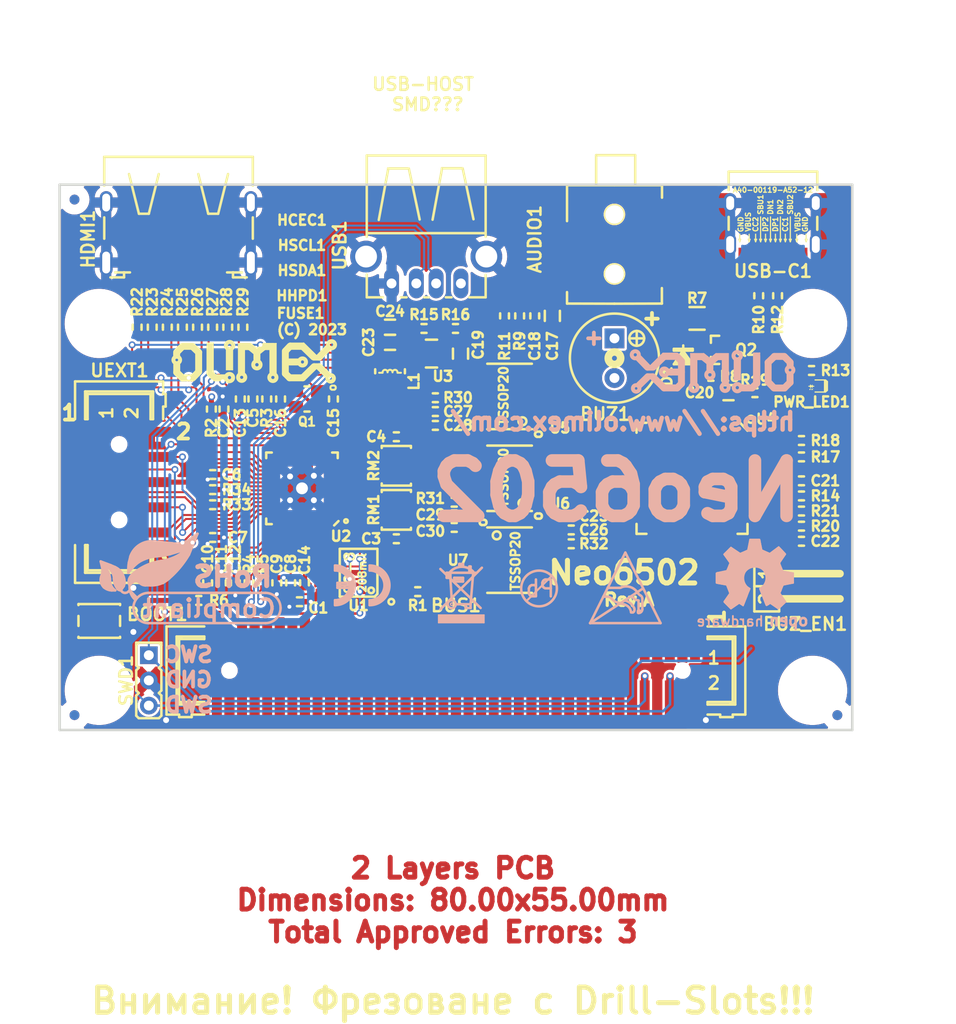
<source format=kicad_pcb>
(kicad_pcb (version 20221018) (generator pcbnew)
  (title_block (title "Neo6502") (date "2023-05-17") (rev "A") (company "OLIMEX LTD.") (comment 1 "https://www.olimex.com"))
  (layers (0 "F.Cu" signal) (31 "B.Cu" signal) (34 "B.Paste" user) (35 "F.Paste" user) (36 "B.SilkS" user "B.Silkscreen") (37 "F.SilkS" user "F.Silkscreen") (38 "B.Mask" user) (39 "F.Mask" user) (44 "Edge.Cuts" user))
  (net 0 "")
  (net 1 "GND")
  (net 2 "Net-(FID1-PadFid1)")
  (net 3 "Net-(FID2-PadFid1)")
  (net 4 "Net-(FID3-PadFid1)")
  (net 5 "Net-(FID4-PadFid1)")
  (net 6 "Net-(FID5-PadFid1)")
  (net 7 "Net-(FID6-PadFid1)")
  (net 8 "/USB_D-")
  (net 9 "/USB_D+")
  (net 10 "+3.3V")
  (net 11 "Net-(AUDIO1-Pad1)")
  (net 12 "/BUZZER")
  (net 13 "Net-(BUZ_EN1-Pad1)")
  (net 14 "+5V_USB")
  (net 15 "Net-(PWR_LED1-Pad1)")
  (net 16 "/+1V1")
  (net 17 "/SWDIO")
  (net 18 "/SWCLK")
  (net 19 "/D2-")
  (net 20 "/D2+")
  (net 21 "/D1-")
  (net 22 "/D1+")
  (net 23 "Net-(C15-Pad1)")
  (net 24 "Net-(C16-Pad1)")
  (net 25 "/~{BOOTSEL}")
  (net 26 "/A0")
  (net 27 "/A1")
  (net 28 "/D0")
  (net 29 "/A2")
  (net 30 "/D1")
  (net 31 "/D2")
  (net 32 "/A3")
  (net 33 "/D3")
  (net 34 "/A4")
  (net 35 "/D4")
  (net 36 "/A5")
  (net 37 "/D5")
  (net 38 "/A6")
  (net 39 "/D6")
  (net 40 "/A7")
  (net 41 "/GPIO21\\PHI2(CLK)")
  (net 42 "/A15")
  (net 43 "/A11")
  (net 44 "/A13")
  (net 45 "/D7")
  (net 46 "/BE")
  (net 47 "/A12")
  (net 48 "/MLB")
  (net 49 "/VPB")
  (net 50 "/A9")
  (net 51 "/IRQB")
  (net 52 "/A10")
  (net 53 "/NMIB")
  (net 54 "/RESB")
  (net 55 "/GPIO11\\RW#")
  (net 56 "/RDY")
  (net 57 "/SOB")
  (net 58 "/A14")
  (net 59 "/SYNC")
  (net 60 "/A8")
  (net 61 "/RUN")
  (net 62 "Net-(C17-Pad1)")
  (net 63 "Net-(FUSE1-Pad2)")
  (net 64 "/D0+")
  (net 65 "/D0-")
  (net 66 "/CK+")
  (net 67 "/CK-")
  (net 68 "Net-(HDMI1-Pad14)")
  (net 69 "Net-(HDMI1-Pad15)")
  (net 70 "Net-(HDMI1-Pad16)")
  (net 71 "Net-(HDMI1-Pad19)")
  (net 72 "Net-(L1-Pad1)")
  (net 73 "/CSn")
  (net 74 "Net-(R3-Pad2)")
  (net 75 "/D-")
  (net 76 "/D+")
  (net 77 "/D_N")
  (net 78 "/D_P")
  (net 79 "/GPIO20\\AUDIO")
  (net 80 "/GPIO8\\OE1#")
  (net 81 "/GPIO9\\OE2#")
  (net 82 "/GPIO10\\OE3#")
  (net 83 "/GPIO23\\I2C1_SCL")
  (net 84 "/GPIO22\\I2C1_SDA")
  (net 85 "/GPIO0")
  (net 86 "Net-(RM1-Pad1.1)")
  (net 87 "/GPIO3")
  (net 88 "Net-(RM1-Pad4.1)")
  (net 89 "/GPIO1")
  (net 90 "/GPIO2")
  (net 91 "Net-(RM1-Pad2.1)")
  (net 92 "Net-(RM1-Pad3.1)")
  (net 93 "Net-(RM2-Pad3.1)")
  (net 94 "Net-(RM2-Pad2.1)")
  (net 95 "/GPIO6")
  (net 96 "/GPIO5")
  (net 97 "Net-(RM2-Pad4.1)")
  (net 98 "/GPIO7")
  (net 99 "Net-(RM2-Pad1.1)")
  (net 100 "/GPIO4")
  (net 101 "/IO1")
  (net 102 "/IO2")
  (net 103 "/IO0")
  (net 104 "/CLK")
  (net 105 "/IO3")
  (net 106 "/GPIO24\\SPI1_RX(MISO)")
  (net 107 "/GPIO25\\SPI1_CSn(CS#)")
  (net 108 "/GPIO26\\SPI1_SCK(CLK)")
  (net 109 "/GPIO27\\SPI1_TX(MOSI)")
  (net 110 "/GPIO28\\UART0_TX")
  (net 111 "/GPIO29\\UART0_RX")
  (net 112 "Net-(U4-Pad42)")
  (net 113 "Net-(U4-Pad37)")
  (net 114 "Net-(U4-Pad33)")
  (net 115 "Net-(U4-Pad6)")
  (net 116 "Net-(HCEC1-Pad1)")
  (net 117 "/HDMI_D2+")
  (net 118 "/HDMI_D2-")
  (net 119 "/HDMI_D1+")
  (net 120 "/HDMI_D1-")
  (net 121 "/HDMI_D0+")
  (net 122 "/HDMI_D0-")
  (net 123 "/HDMI_CK+")
  (net 124 "/HDMI_CK-")
  (net 125 "Net-(BUZ1-Pad1)")
  (net 126 "Net-(BUZ1-Pad2)")
  (net 127 "Net-(R10-Pad2)")
  (net 128 "Net-(R12-Pad2)")
  (net 129 "Net-(R15-Pad1)")
  (net 130 "Net-(USB-C1-PadA8)")
  (net 131 "Net-(USB-C1-PadB8)")
  (footprint "OLIMEX_RLC-FP:C_0402_5MIL_DWS" (layer "F.Cu") (at 174.879 100.965 180)
    (fp_text reference "C22")
    (fp_text value "100nF/10V/20%/X5R/C0402")
  )
  (footprint "OLIMEX_Other-FP:Mounting_Hole_Drill-3.3mm_Clerance-7mm" (layer "F.Cu") (at 104 116)
    (fp_text reference "MH1" hide)
    (fp_text value "Mounting_Hole_NPTH" hide)
  )
  (footprint "OLIMEX_Other-FP:Mounting_Hole_Drill-3.3mm_Clerance-7mm" (layer "F.Cu") (at 176 79)
    (fp_text reference "MH3" hide)
    (fp_text value "Mounting_Hole_NPTH" hide)
  )
  (footprint "OLIMEX_RLC-FP:R_0402_5MIL_DWS" (layer "F.Cu") (at 115.443 97.282 180)
    (fp_text reference "R33")
    (fp_text value "2.2k/R0402")
  )
  (footprint "OLIMEX_RLC-FP:R_0402_5MIL_DWS" (layer "F.Cu") (at 115.443 95.758 180)
    (fp_text reference "R34")
    (fp_text value "2.2k/R0402")
  )
  (footprint "OLIMEX_RLC-FP:R_0402_5MIL_DWS" (layer "F.Cu") (at 146.431 78.232 90)
    (fp_text reference "R9")
    (fp_text value "150R/R0402")
  )
  (footprint "OLIMEX_RLC-FP:R_0402_5MIL_DWS" (layer "F.Cu") (at 144.907 78.232 90)
    (fp_text reference "R11")
    (fp_text value "270R/R0402")
  )
  (footprint "OLIMEX_RLC-FP:C_0603_5MIL_DWS" (layer "F.Cu") (at 167.513 85.979)
    (fp_text reference "C20")
    (fp_text value "22uF/6.3V/20%/X5R/C0603")
  )
  (footprint "OLIMEX_Other-FP:Fiducial1x3" (layer "F.Cu") (at 101.5 118.5)
    (fp_text reference "FID1" hide)
    (fp_text value "Fiducial" hide)
  )
  (footprint "OLIMEX_Other-FP:Fiducial1x3" (layer "F.Cu") (at 101.5 66.5)
    (fp_text reference "FID2" hide)
    (fp_text value "Fiducial" hide)
  )
  (footprint "OLIMEX_LEDs-FP:LED_0603_KA" (layer "F.Cu") (at 175.87 85.33 180)
    (fp_text reference "PWR_LED1")
    (fp_text value "LED/RED/0603")
  )
  (footprint "OLIMEX_RLC-FP:C_0603_5MIL_DWS" (layer "F.Cu") (at 149.733 78.232 90)
    (fp_text reference "C17")
    (fp_text value "22uF/6.3V/20%/X5R/C0603")
  )
  (footprint "OLIMEX_RLC-FP:C_0402_5MIL_DWS" (layer "F.Cu") (at 147.955 78.232 90)
    (fp_text reference "C18")
    (fp_text value "100nF/10V/20%/X5R/C0402")
  )
  (footprint "OLIMEX_Connectors-FP:SCJ325P00XG0B02G" (layer "F.Cu") (at 156 68 -90)
    (fp_text reference "AUDIO1")
    (fp_text value "PJ-3.5-365-5P")
  )
  (footprint "OLIMEX_RLC-FP:R_0402_5MIL_DWS" (layer "F.Cu") (at 165.735 84.328 180)
    (fp_text reference "R8")
    (fp_text value "2.2k/R0402")
  )
  (footprint "OLIMEX_Transistors-FP:SOT23" (layer "F.Cu") (at 166.37 81.661)
    (fp_text reference "Q2")
    (fp_text value "BC817-40(SOT23)")
  )
  (footprint "OLIMEX_Diodes-FP:SOD-123_1C-2A_KA" (layer "F.Cu") (at 162.931 82.447002 -90)
    (fp_text reference "D1")
    (fp_text value "1N4148W/SOD123")
  )
  (footprint "OLIMEX_Signs-FP:Logo_OLIMEX_TB" (layer "F.Cu") (at 119.81 82.804)
    (fp_text reference "Logo_OLIMEX_TB-Top" hide)
    (fp_text value "Logo_OLIMEX_TB" hide)
  )
  (footprint "OLIMEX_Other-FP:Mounting_Hole_Drill-3.3mm_Clerance-7mm" (layer "F.Cu") (at 104 79)
    (fp_text reference "MH4" hide)
    (fp_text value "Mounting_Hole_NPTH" hide)
  )
  (footprint "OLIMEX_RLC-FP:R_0402_5MIL_DWS" (layer "F.Cu") (at 175.895 83.74 180)
    (fp_text reference "R13")
    (fp_text value "2.2k/R0402")
  )
  (footprint "OLIMEX_RLC-FP:C_0402_5MIL_DWS" (layer "F.Cu") (at 124.206 107.061)
    (fp_text reference "C1")
    (fp_text value "100nF/10V/20%/X5R/C0402")
  )
  (footprint "OLIMEX_RLC-FP:C_0402_5MIL_DWS" (layer "F.Cu") (at 116.586 87.63 90)
    (fp_text reference "C2")
    (fp_text value "100nF/10V/20%/X5R/C0402")
  )
  (footprint "OLIMEX_RLC-FP:C_0402_5MIL_DWS" (layer "F.Cu") (at 133.985 100.711)
    (fp_text reference "C3")
    (fp_text value "100nF/10V/20%/X5R/C0402")
  )
  (footprint "OLIMEX_RLC-FP:C_0402_5MIL_DWS" (layer "F.Cu") (at 133.985 90.424)
    (fp_text reference "C4")
    (fp_text value "100nF/10V/20%/X5R/C0402")
  )
  (footprint "OLIMEX_RLC-FP:C_0402_5MIL_DWS" (layer "F.Cu") (at 119.507 86.614 90)
    (fp_text reference "C5")
    (fp_text value "100nF/10V/20%/X5R/C0402")
  )
  (footprint "OLIMEX_RLC-FP:C_0402_5MIL_DWS" (layer "F.Cu") (at 115.443 94.234 180)
    (fp_text reference "C6")
    (fp_text value "100nF/10V/20%/X5R/C0402")
  )
  (footprint "OLIMEX_RLC-FP:C_0402_5MIL_DWS" (layer "F.Cu") (at 115.443 100.584 180)
    (fp_text reference "C7")
    (fp_text value "100nF/10V/20%/X5R/C0402")
  )
  (footprint "OLIMEX_RLC-FP:C_0402_5MIL_DWS" (layer "F.Cu") (at 123.317 105.156 -90)
    (fp_text reference "C8")
    (fp_text value "100nF/10V/20%/X5R/C0402")
  )
  (footprint "OLIMEX_RLC-FP:C_0402_5MIL_DWS" (layer "F.Cu") (at 121.92 105.156 -90)
    (fp_text reference "C9")
    (fp_text value "100nF/10V/20%/X5R/C0402")
  )
  (footprint "OLIMEX_RLC-FP:C_0402_5MIL_DWS" (layer "F.Cu") (at 114.935 105.156 -90)
    (fp_text reference "C10")
    (fp_text value "100nF/10V/20%/X5R/C0402")
  )
  (footprint "OLIMEX_RLC-FP:C_0402_5MIL_DWS" (layer "F.Cu") (at 116.332 105.156 -90)
    (fp_text reference "C11")
    (fp_text value "2.2uF/6.3V/20%/X5R/C0402")
  )
  (footprint "OLIMEX_RLC-FP:C_0402_5MIL_DWS" (layer "F.Cu") (at 117.729 105.156 -90)
    (fp_text reference "C12")
    (fp_text value "2.2uF/6.3V/20%/X5R/C0402")
  )
  (footprint "OLIMEX_RLC-FP:C_0402_5MIL_DWS" (layer "F.Cu") (at 118.237 86.614 90)
    (fp_text reference "C13")
    (fp_text value "100nF/10V/20%/X5R/C0402")
  )
  (footprint "OLIMEX_RLC-FP:C_0402_5MIL_DWS" (layer "F.Cu") (at 124.714 105.156 -90)
    (fp_text reference "C14")
    (fp_text value "100nF/10V/20%/X5R/C0402")
  )
  (footprint "OLIMEX_RLC-FP:C_0402_5MIL_DWS" (layer "F.Cu") (at 127.635 86.614 -90)
    (fp_text reference "C15")
    (fp_text value "27pF/50V/5%/C0G/C0402")
  )
  (footprint "OLIMEX_RLC-FP:C_0402_5MIL_DWS" (layer "F.Cu") (at 122.301 86.614 90)
    (fp_text reference "C16")
    (fp_text value "27pF/50V/5%/C0G/C0402")
  )
  (footprint "OLIMEX_RLC-FP:C_0603_5MIL_DWS" (layer "F.Cu") (at 140.462 82.042 90)
    (fp_text reference "C19")
    (fp_text value "22uF/6.3V/20%/X5R/C0603")
  )
  (footprint "OLIMEX_RLC-FP:C_0402_5MIL_DWS" (layer "F.Cu") (at 174.879 94.869001)
    (fp_text reference "C21")
    (fp_text value "100nF/10V/20%/X5R/C0402")
  )
  (footprint "OLIMEX_RLC-FP:C_0603_5MIL_DWS" (layer "F.Cu") (at 133.350001 80.899)
    (fp_text reference "C23")
    (fp_text value "22uF/6.3V/20%/X5R/C0603")
  )
  (footprint "OLIMEX_RLC-FP:C_0603_5MIL_DWS" (layer "F.Cu") (at 133.35 79.375)
    (fp_text reference "C24")
    (fp_text value "22uF/6.3V/20%/X5R/C0603")
  )
  (footprint "OLIMEX_RLC-FP:C_0402_5MIL_DWS" (layer "F.Cu") (at 151.638 98.425 180)
    (fp_text reference "C25")
    (fp_text value "2.2uF/6.3V/20%/X5R/C0402")
  )
  (footprint "OLIMEX_RLC-FP:C_0402_5MIL_DWS" (layer "F.Cu") (at 151.638 99.822 180)
    (fp_text reference "C26")
    (fp_text value "100nF/10V/20%/X5R/C0402")
  )
  (footprint "OLIMEX_RLC-FP:C_0402_5MIL_DWS" (layer "F.Cu") (at 137.922 87.884)
    (fp_text reference "C27")
    (fp_text value "100nF/10V/20%/X5R/C0402")
  )
  (footprint "OLIMEX_RLC-FP:C_0402_5MIL_DWS" (layer "F.Cu") (at 137.922 89.281)
    (fp_text reference "C28")
    (fp_text value "2.2uF/6.3V/20%/X5R/C0402")
  )
  (footprint "OLIMEX_RLC-FP:C_0402_5MIL_DWS" (layer "F.Cu") (at 139.827 98.298)
    (fp_text reference "C29")
    (fp_text value "100nF/10V/20%/X5R/C0402")
  )
  (footprint "OLIMEX_RLC-FP:C_0402_5MIL_DWS" (layer "F.Cu") (at 139.827 99.568)
    (fp_text reference "C30")
    (fp_text value "2.2uF/6.3V/20%/X5R/C0402")
  )
  (footprint "OLIMEX_RLC-FP:CD32" (layer "F.Cu") (at 133.35 83.82 90)
    (fp_text reference "L1")
    (fp_text value "2.2uH/1.5A/DCR=58mR/20%/3.00x3.00x1.50mm/CD32(NRS3015T2R2MNGH)")
  )
  (footprint "OLIMEX_Crystal-FP:TSX-3.2x2.5mm_GND(3)" (layer "F.Cu") (at 124.968 86.614 180)
    (fp_text reference "Q1")
    (fp_text value "Q12MHz/20pF/10ppm/4P/3.2x2.5mm")
  )
  (footprint "OLIMEX_RLC-FP:R_0402_5MIL_DWS" (layer "F.Cu") (at 136.144 106.045 180)
    (fp_text reference "R1")
    (fp_text value "NA(10k/R0402)")
  )
  (footprint "OLIMEX_RLC-FP:R_0402_5MIL_DWS" (layer "F.Cu") (at 115.316 87.63 -90)
    (fp_text reference "R2")
    (fp_text value "NA(10k/R0402)")
  )
  (footprint "OLIMEX_RLC-FP:R_0402_5MIL_DWS" (layer "F.Cu") (at 120.904 86.614 -90)
    (fp_text reference "R3")
    (fp_text value "100R/R0402")
  )
  (footprint "OLIMEX_RLC-FP:R_0402_5MIL_DWS" (layer "F.Cu") (at 119.126 105.156 90)
    (fp_text reference "R4")
    (fp_text value "27R/R0402")
  )
  (footprint "OLIMEX_RLC-FP:R_0402_5MIL_DWS" (layer "F.Cu") (at 120.523 105.156 90)
    (fp_text reference "R5")
    (fp_text value "27R/R0402")
  )
  (footprint "OLIMEX_RLC-FP:R_0402_5MIL_DWS" (layer "F.Cu") (at 114.046 106.934 180)
    (fp_text reference "R6")
    (fp_text value "100R/R0402")
  )
  (footprint "OLIMEX_RLC-FP:R_0402_5MIL_DWS" (layer "F.Cu") (at 170.561 76.2 90)
    (fp_text reference "R10")
    (fp_text value "5.1k/R0402")
  )
  (footprint "OLIMEX_RLC-FP:R_0402_5MIL_DWS" (layer "F.Cu") (at 172.466 76.2 90)
    (fp_text reference "R12")
    (fp_text value "5.1k/R0402")
  )
  (footprint "OLIMEX_RLC-FP:R_0402_5MIL_DWS" (layer "F.Cu") (at 174.879 96.393 180)
    (fp_text reference "R14")
    (fp_text value "10k/R0402")
  )
  (footprint "OLIMEX_RLC-FP:R_0402_5MIL_DWS" (layer "F.Cu") (at 136.779 79.502 180)
    (fp_text reference "R15")
    (fp_text value "220k/R0402")
  )
  (footprint "OLIMEX_RLC-FP:R_0402_5MIL_DWS" (layer "F.Cu") (at 139.954 79.502)
    (fp_text reference "R16")
    (fp_text value "49.9k/1%/R0402")
  )
  (footprint "OLIMEX_RLC-FP:R_0402_5MIL_DWS" (layer "F.Cu") (at 174.879 92.456)
    (fp_text reference "R17")
    (fp_text value "10k/R0402")
  )
  (footprint "OLIMEX_RLC-FP:R_0402_5MIL_DWS" (layer "F.Cu") (at 174.879 90.805)
    (fp_text reference "R18")
    (fp_text value "10k/R0402")
  )
  (footprint "OLIMEX_RLC-FP:R_0402_5MIL_DWS" (layer "F.Cu") (at 170.18 85.979 180)
    (fp_text reference "R19")
    (fp_text value "10k/R0402")
  )
  (footprint "OLIMEX_RLC-FP:R_0402_5MIL_DWS" (layer "F.Cu") (at 174.879 99.441)
    (fp_text reference "R20")
    (fp_text value "10k/R0402")
  )
  (footprint "OLIMEX_RLC-FP:R_0402_5MIL_DWS" (layer "F.Cu") (at 174.879 97.917)
    (fp_text reference "R21")
    (fp_text value "10k/R0402")
  )
  (footprint "OLIMEX_RLC-FP:R_0402_5MIL_DWS" (layer "F.Cu") (at 139.827 97.028 180)
    (fp_text reference "R31")
    (fp_text value "10k/R0402")
  )
  (footprint "OLIMEX_RLC-FP:R_0402_5MIL_DWS" (layer "F.Cu") (at 151.638 101.219)
    (fp_text reference "R32")
    (fp_text value "10k/R0402")
  )
  (footprint "OLIMEX_RLC-FP:RA1206_(4X0603)_4B8_xx" (layer "F.Cu") (at 133.985 97.79 -90)
    (fp_text reference "RM1")
    (fp_text value "RA1206_(4x0603)_4B8_330R")
  )
  (footprint "OLIMEX_RLC-FP:RA1206_(4X0603)_4B8_xx" (layer "F.Cu") (at 133.985 93.345 -90)
    (fp_text reference "RM2")
    (fp_text value "RA1206_(4x0603)_4B8_330R")
  )
  (footprint "OLIMEX_IC-FP:SO-8_208mil" (layer "F.Cu") (at 130.175 104.14 90)
    (fp_text reference "U1")
    (fp_text value "EN25QH16B-104HIP(SOIC-8_208mils)")
  )
  (footprint "OLIMEX_IC-FP:QFN56_7x7_Pitch_0.4mm" (layer "F.Cu") (at 124.46 95.626 90)
    (fp_text reference "U2")
    (fp_text value "RP2040(QFN-56_7x7mm_P0.4mm)")
  )
  (footprint "OLIMEX_Regulators-FP:SOT-23-5" (layer "F.Cu") (at 137.541 82.042 180)
    (fp_text reference "U3")
    (fp_text value "SY8089AAAC(SOT23-5)")
  )
  (footprint "OLIMEX_IC-FP:TSSOP20_Pitch-0.65mm_6.6x4.5x1.2mm" (layer "F.Cu") (at 145.415 86.36 90)
    (fp_text reference "U5")
    (fp_text value "74LVC245APW(TSSOP20)")
  )
  (footprint "OLIMEX_IC-FP:TSSOP20_Pitch-0.65mm_6.6x4.5x1.2mm" (layer "F.Cu") (at 145.415 94.615 90)
    (fp_text reference "U6")
    (fp_text value "74LVC245APW(TSSOP20)")
  )
  (footprint "OLIMEX_Connectors-FP:USB_PN87520_HOST_PTH" (layer "F.Cu") (at 137 72.25 180)
    (fp_text reference "USB1")
    (fp_text value "USB-SRWH-4A-LF(USB-A)")
  )
  (footprint "OLIMEX_IC-FP:TQFP44" (layer "F.Cu") (at 163.83 94.615 180)
    (fp_text reference "U4")
    (fp_text value "W65C02S6TQTG-14(TQFP44)")
  )
  (footprint "OLIMEX_IC-FP:TSSOP20_Pitch-0.65mm_6.6x4.5x1.2mm" (layer "F.Cu") (at 145.415 102.87 -90)
    (fp_text reference "U7")
    (fp_text value "74LVC245APW(TSSOP20)")
  )
  (footprint "OLIMEX_Connectors-FP:GBH-254-SMT-40" (layer "F.Cu") (at 140 114 180)
    (fp_text reference "BUS1")
    (fp_text value "B-V-40-LF(GBH254SMT-40)")
  )
  (footprint "OLIMEX_Connectors-FP:GBH-254-SMT-10" (layer "F.Cu") (at 106 95 -90)
    (fp_text reference "UEXT1")
    (fp_text value "B-V-10-LF(GBH254SMT-10)")
  )
  (footprint "OLIMEX_RLC-FP:R_0402_5MIL_DWS" (layer "F.Cu") (at 118.491 79.375 90)
    (fp_text reference "R29")
    (fp_text value "270R/R0402")
  )
  (footprint "OLIMEX_RLC-FP:R_0402_5MIL_DWS" (layer "F.Cu") (at 113.919 79.375 90)
    (fp_text reference "R26")
    (fp_text value "270R/R0402")
  )
  (footprint "OLIMEX_RLC-FP:R_0402_5MIL_DWS" (layer "F.Cu") (at 109.347 79.375 90)
    (fp_text reference "R23")
    (fp_text value "270R/R0402")
  )
  (footprint "OLIMEX_RLC-FP:R_0402_5MIL_DWS" (layer "F.Cu") (at 107.823 79.375 90)
    (fp_text reference "R22")
    (fp_text value "270R/R0402")
  )
  (footprint "OLIMEX_Other-FP:Fiducial1x3" (layer "F.Cu") (at 178.5 118.5)
    (fp_text reference "FID3" hide)
    (fp_text value "Fiducial" hide)
  )
  (footprint "OLIMEX_Other-FP:Mounting_Hole_Drill-3.3mm_Clerance-7mm" (layer "F.Cu") (at 176 116)
    (fp_text reference "MH2" hide)
    (fp_text value "Mounting_Hole_NPTH" hide)
  )
  (footprint "OLIMEX_RLC-FP:R_0402_5MIL_DWS" (layer "F.Cu") (at 137.922 86.487 180)
    (fp_text reference "R30")
    (fp_text value "10k/R0402")
  )
  (footprint "OLIMEX_Devices-FP:FUSE-1206" (layer "F.Cu") (at 120.396 77.978 90)
    (fp_text reference "FUSE1")
    (fp_text value "NA(FSMD035-1206)")
  )
  (footprint "OLIMEX_Jumpers-FP:HN1x2(SMD)_H-WX-1x2-LF" (layer "F.Cu") (at 167 105.5 -90)
    (fp_text reference "BUZ_EN1")
    (fp_text value "H-WX-1x2-LF+MJ6")
  )
  (footprint "OLIMEX_Buttons-FP:YTS-A016-X" (layer "F.Cu") (at 104 109)
    (fp_text reference "BOOT1")
    (fp_text value "YTS-A016-X" hide)
  )
  (footprint "OLIMEX_Connectors-FP:HN1x3" (layer "F.Cu") (at 109 115 -90)
    (fp_text reference "SWD1")
    (fp_text value "NA(HN1x3)")
  )
  (footprint "OLIMEX_RLC-FP:R_1206_5MIL_DWS" (layer "F.Cu") (at 164.338 78.486 180)
    (fp_text reference "R7")
    (fp_text value "47R/R1206")
  )
  (footprint "OLIMEX_Connectors-FP:HDMI-SWM-19_Paste" (layer "F.Cu") (at 112 68.25)
    (fp_text reference "HDMI1")
    (fp_text value "HDMI-SWM-19")
  )
  (footprint "OLIMEX_Connectors-FP:USB2.0_TYPE-C(A40-00119-A52-12)_Paste" (layer "F.Cu") (at 172 68 90)
    (fp_text reference "USB-C1")
    (fp_text value "USB-C-16P-F(A40-00119-A52-12)")
  )
  (footprint "OLIMEX_Devices-FP:Speaker_QMB-09B-03_1-Plus_2-Minus" (layer "F.Cu") (at 156 82.5 -90)
    (fp_text reference "BUZ1")
    (fp_text value "Speaker_QMB-09B-03(1.5-5.0V_2.7kHz_F9.0mm*H5.5mm)")
  )
  (footprint "OLIMEX_Other-FP:TESTPAD_40-ROUND" (layer "F.Cu") (at 124.46 67.23 90)
    (fp_text reference "HCEC1")
    (fp_text value "TESTPAD" hide)
  )
  (footprint "OLIMEX_Other-FP:TESTPAD_40-ROUND" (layer "F.Cu") (at 124.46 72.31 180)
    (fp_text reference "HSDA1")
    (fp_text value "TESTPAD" hide)
  )
  (footprint "OLIMEX_Other-FP:TESTPAD_40-ROUND" (layer "F.Cu") (at 124.46 69.77 90)
    (fp_text reference "HSCL1")
    (fp_text value "TESTPAD" hide)
  )
  (footprint "OLIMEX_Other-FP:TESTPAD_40-ROUND" (layer "F.Cu") (at 124.46 74.85 90)
    (fp_text reference "HHPD1")
    (fp_text value "TESTPAD" hide)
  )
  (footprint "OLIMEX_RLC-FP:R_0402_5MIL_DWS" (layer "F.Cu") (at 112.395 79.375 90)
    (fp_text reference "R25")
    (fp_text value "270R/R0402")
  )
  (footprint "OLIMEX_RLC-FP:R_0402_5MIL_DWS" (layer "F.Cu") (at 110.871 79.375 90)
    (fp_text reference "R24")
    (fp_text value "270R/R0402")
  )
  (footprint "OLIMEX_RLC-FP:R_0402_5MIL_DWS" (layer "F.Cu") (at 115.443 79.375 90)
    (fp_text reference "R27")
    (fp_text value "270R/R0402")
  )
  (footprint "OLIMEX_RLC-FP:R_0402_5MIL_DWS" (layer "F.Cu") (at 116.967 79.375 90)
    (fp_text reference "R28")
    (fp_text value "270R/R0402")
  )
  (footprint "OLIMEX_Other-FP:Fiducial1x3" (layer "B.Cu") (at 101.5 118.5)
    (fp_text reference "FID4" hide)
    (fp_text value "Fiducial" hide)
  )
  (footprint "OLIMEX_Other-FP:Fiducial1x3" (layer "B.Cu") (at 101.5 66.5)
    (fp_text reference "FID5" hide)
    (fp_text value "Fiducial" hide)
  )
  (footprint "OLIMEX_Signs-FP:CE_Sign" (layer "B.Cu") (at 129.54 105.41 180)
    (fp_text reference "Sign_CE" hide)
    (fp_text value "CE_Sign" hide)
  )
  (footprint "OLIMEX_Signs-FP:Logo_OLIMEX_TB" (layer "B.Cu") (at 165.735 83.82 180)
    (fp_text reference "Logo_OLIMEX_TB-Bottom" hide)
    (fp_text value "Logo_OLIMEX_TB" hide)
  )
  (footprint "OLIMEX_Signs-FP:Sign_Antistatic" (layer "B.Cu") (at 160.655 109.22 180)
    (fp_text reference "Sign_Antistatic" hide)
    (fp_text value "Sign_Antistatic" hide)
  )
  (footprint "OLIMEX_Signs-FP:Sign_OSHW_8x8" (layer "B.Cu") (at 170.18 104.775 180)
    (fp_text reference "Sign_OSHW_8x8" hide)
    (fp_text value "Sign_OSHW_8x8" hide)
  )
  (footprint "OLIMEX_Signs-FP:Sign_PB-Free" (layer "B.Cu") (at 148.59 105.41)
    (fp_text reference "Sign_PB-Free")
    (fp_text value "Sign_PB-Free")
  )
  (footprint "OLIMEX_Signs-FP:Sign_RecycleBin_1" (layer "B.Cu") (at 142.875 109.22 180)
    (fp_text reference "Sign_RecycleBin" hide)
    (fp_text value "Sign_RecycleBin" hide)
  )
  (footprint "OLIMEX_Signs-FP:Sign_RoHS_1" (layer "B.Cu") (at 121.285 108.585 180)
    (fp_text reference "Sign_RoHS" hide)
    (fp_text value "Sign_RoHS" hide)
  )
  (footprint "OLIMEX_Other-FP:Fiducial1x3" (layer "B.Cu") (at 178.5 118.5)
    (fp_text reference "FID6" hide)
    (fp_text value "Fiducial" hide)
  )
  (gr_line (start 180 65) (end 100 65) (stroke (width 0.254)) (layer "Edge.Cuts"))
  (gr_line (start 100 65) (end 100 120) (stroke (width 0.254)) (layer "Edge.Cuts"))
  (gr_line (start 180 65) (end 180 120) (stroke (width 0.254)) (layer "Edge.Cuts"))
  (gr_line (start 180 120) (end 100 120) (stroke (width 0.254)) (layer "Edge.Cuts"))
  (gr_text "2 Layers PCB\nDimensions: 80.00x55.00mm\nTotal Approved Errors: 3" (at 139.7 137.16) (layer "F.Cu") (effects (font (size 2 2) (thickness 0.5))))
  (gr_text "Neo6502" (at 156.21 95.885) (layer "B.SilkS") (effects (font (size 5.588 5.588) (thickness 1.27)) (justify mirror)))
  (gr_text "https://www.olimex.com/" (at 156.845 88.9) (layer "B.SilkS") (effects (font (size 1.778 1.778) (thickness 0.4445)) (justify mirror)))
  (gr_text "SWC" (at 113.03 112.395) (layer "B.SilkS") (effects (font (size 1.524 1.524) (thickness 0.381)) (justify mirror)))
  (gr_text "GND" (at 113.03 114.935) (layer "B.SilkS") (effects (font (size 1.524 1.524) (thickness 0.381)) (justify mirror)))
  (gr_text "SWD" (at 113.03 117.475) (layer "B.SilkS") (effects (font (size 1.524 1.524) (thickness 0.381)) (justify mirror)))
  (gr_text "+" (at 153.924 80.391) (layer "B.SilkS") (effects (font (size 1.524 1.524) (thickness 0.381)) (justify mirror)))
  (gr_text "Rev.A" (at 157.48 106.865) (layer "F.SilkS") (effects (font (size 1.27 1.27) (thickness 0.3175))))
  (gr_text "Neo6502" (at 156.972 104.14) (layer "F.SilkS") (effects (font (size 2.286 2.286) (thickness 0.508))))
  (gr_text "USB-HOST \nSMD???" (at 137.16 55.88) (layer "F.SilkS") (effects (font (size 1.27 1.27) (thickness 0.254))))
  (gr_text "1" (at 166.37 108.585 90) (layer "F.SilkS") (effects (font (size 1.524 1.524) (thickness 0.381))))
  (gr_text "1" (at 100.965 88.011) (layer "F.SilkS") (effects (font (size 1.524 1.524) (thickness 0.381))))
  (gr_text "2" (at 112.522 89.916) (layer "F.SilkS") (effects (font (size 1.524 1.524) (thickness 0.381))))
  (gr_text "(C) 2023" (at 125.476 79.629) (layer "F.SilkS") (effects (font (size 1.016 1.016) (thickness 0.254))))
  (segment (start 107.442 105.664) (end 107.442 105.664) (width 0.762) (layer "F.Cu") (net 1))
  (segment (start 113.538 103.632) (end 114.935 102.235) (width 0.762) (layer "F.Cu") (net 1))
  (segment (start 116.586 87.122) (end 116.586 86.487) (width 0.508) (layer "F.Cu") (net 1))
  (segment (start 125.46 89.715302) (end 125.46 88.535) (width 0.2) (layer "F.Cu") (net 1))
  (segment (start 125.491957 88.503043) (end 126.238 87.757) (width 0.2) (layer "F.Cu") (net 1))
  (segment (start 106.075 110.075) (end 107.408 110.075) (width 0.762) (layer "F.Cu") (net 1))
  (segment (start 125.460043 88.534957) (end 125.491957 88.503043) (width 0.2) (layer "F.Cu") (net 1))
  (segment (start 114.935 100.584) (end 114.935 101.219) (width 0.508) (layer "F.Cu") (net 1))
  (segment (start 125.460043 90.046725) (end 125.460043 89.715345) (width 0.2) (layer "F.Cu") (net 1))
  (segment (start 106.075 110.075) (end 104.36 110.075) (width 0.762) (layer "F.Cu") (net 1))
  (segment (start 125.46 92.1885) (end 125.46 90.046768) (width 0.2) (layer "F.Cu") (net 1))
  (segment (start 124.168 85.814) (end 123.868 85.814) (width 0.3556) (layer "F.Cu") (net 1))
  (segment (start 121.92 106.299) (end 122.555 105.664) (width 0.508) (layer "F.Cu") (net 1))
  (segment (start 109 115) (end 110.744 115) (width 1.016) (layer "F.Cu") (net 1))
  (segment (start 125.460043 88.503043) (end 125.460042 88.280958) (width 0.2) (layer "F.Cu") (net 1))
  (segment (start 125.46 90.046768) (end 125.460043 90.046725) (width 0.2) (layer "F.Cu") (net 1))
  (segment (start 122.301 86.106) (end 123.576 86.106) (width 0.508) (layer "F.Cu") (net 1))
  (segment (start 125.460043 89.715345) (end 125.46 89.715302) (width 0.2) (layer "F.Cu") (net 1))
  (segment (start 126.068 87.414) (end 125.946 87.414) (width 0.2) (layer "F.Cu") (net 1))
  (segment (start 107.408 110.075) (end 107.442 110.109) (width 0.762) (layer "F.Cu") (net 1))
  (segment (start 125.46 88.535) (end 125.460043 88.534957) (width 0.2) (layer "F.Cu") (net 1))
  (segment (start 125.46 88.503086) (end 125.460043 88.503043) (width 0.2) (layer "F.Cu") (net 1))
  (segment (start 125.46 92.1885) (end 125.46 94.631) (width 0.2) (layer "F.Cu") (net 1))
  (segment (start 110.744 115) (end 110.744 110.744) (width 1.016) (layer "F.Cu") (net 1))
  (segment (start 126.068 87.414) (end 125.768 87.414) (width 0.3556) (layer "F.Cu") (net 1))
  (segment (start 125.946 87.414) (end 125.603 87.757) (width 0.2) (layer "F.Cu") (net 1))
  (segment (start 113.538 105.664) (end 113.538 103.632) (width 0.762) (layer "F.Cu") (net 1))
  (segment (start 124.714 105.664) (end 123.317 105.664) (width 0.508) (layer "F.Cu") (net 1))
  (segment (start 110.109 110.109) (end 107.442 110.109) (width 1.016) (layer "F.Cu") (net 1))
  (segment (start 125.768 87.414) (end 124.168 85.814) (width 0.3556) (layer "F.Cu") (net 1))
  (segment (start 110.744 115) (end 110.744 116.967) (width 1.016) (layer "F.Cu") (net 1))
  (segment (start 116.459 105.664) (end 116.332 105.664) (width 0.762) (layer "F.Cu") (net 1))
  (segment (start 123.698 107.061) (end 123.19 107.569) (width 0.508) (layer "F.Cu") (net 1))
  (segment (start 116.586 86.487) (end 116.459 86.36) (width 0.508) (layer "F.Cu") (net 1))
  (segment (start 164.13 117.125) (end 164.13 118.41) (width 1.016) (layer "F.Cu") (net 1))
  (segment (start 125.460043 88.503043) (end 125.491957 88.503043) (width 0.2) (layer "F.Cu") (net 1))
  (segment (start 125.603 87.757) (end 125.73 87.63) (width 0.2) (layer "F.Cu") (net 1))
  (segment (start 164.13 118.41) (end 164.719 118.999) (width 1.016) (layer "F.Cu") (net 1))
  (segment (start 164.719 118.999) (end 165.227 118.999) (width 1.016) (layer "F.Cu") (net 1))
  (segment (start 110.744 110.744) (end 110.109 110.109) (width 1.016) (layer "F.Cu") (net 1))
  (segment (start 110.744 116.967) (end 110.744 118.999) (width 1.016) (layer "F.Cu") (net 1))
  (segment (start 121.92 105.664) (end 121.92 106.299) (width 0.508) (layer "F.Cu") (net 1))
  (segment (start 117.729 105.664) (end 116.459 105.664) (width 0.762) (layer "F.Cu") (net 1))
  (segment (start 114.935 105.664) (end 113.538 105.664) (width 0.762) (layer "F.Cu") (net 1))
  (segment (start 114.935 94.234) (end 114.935 94.742) (width 0.508) (layer "F.Cu") (net 1))
  (segment (start 122.555 105.664) (end 121.92 105.664) (width 0.508) (layer "F.Cu") (net 1))
  (segment (start 114.935 102.235) (end 114.935 101.219) (width 0.762) (layer "F.Cu") (net 1))
  (segment (start 113.538 105.664) (end 107.442 105.664) (width 0.762) (layer "F.Cu") (net 1))
  (segment (start 127.635 87.122) (end 126.36 87.122) (width 0.508) (layer "F.Cu") (net 1))
  (segment (start 125.460042 88.280958) (end 125.984 87.757) (width 0.2) (layer "F.Cu") (net 1))
  (segment (start 125.460042 88.153958) (end 125.857 87.757) (width 0.2) (layer "F.Cu") (net 1))
  (segment (start 101.925 110.075) (end 104.36 110.075) (width 0.762) (layer "F.Cu") (net 1))
  (segment (start 125.460041 87.899959) (end 125.603 87.757) (width 0.2) (layer "F.Cu") (net 1))
  (segment (start 125.46 94.631) (end 124.46 95.631) (width 0.2) (layer "F.Cu") (net 1))
  (segment (start 114.935 105.664) (end 116.332 105.664) (width 0.762) (layer "F.Cu") (net 1))
  (segment (start 125.460042 88.280958) (end 125.460041 87.899959) (width 0.2) (layer "F.Cu") (net 1))
  (segment (start 125.460042 88.280958) (end 125.460042 88.153958) (width 0.2) (layer "F.Cu") (net 1))
  (segment (start 123.317 105.664) (end 122.555 105.664) (width 0.508) (layer "F.Cu") (net 1))
  (segment (start 123.576 86.106) (end 123.868 85.814) (width 0.508) (layer "F.Cu") (net 1))
  (segment (start 117.729 105.664) (end 117.729 106.426) (width 0.762) (layer "F.Cu") (net 1))
  (segment (start 126.36 87.122) (end 126.068 87.414) (width 0.508) (layer "F.Cu") (net 1))
  (via (at 110.744 118.999) (size 1) (drill 0.6) (layers "F.Cu" "B.Cu") (net 1))
  (via (at 123.19 107.569) (size 0.7) (drill 0.4) (layers "F.Cu" "B.Cu") (net 1))
  (via (at 116.459 86.36) (size 0.7) (drill 0.4) (layers "F.Cu" "B.Cu") (net 1))
  (via (at 117.729 106.426) (size 0.7) (drill 0.4) (layers "F.Cu" "B.Cu") (net 1))
  (via (at 121.92 106.299) (size 0.7) (drill 0.4) (layers "F.Cu" "B.Cu") (net 1))
  (via (at 107.442 105.664) (size 1) (drill 0.6) (layers "F.Cu" "B.Cu") (net 1))
  (via (at 114.935 101.219) (size 0.7) (drill 0.4) (layers "F.Cu" "B.Cu") (net 1))
  (via (at 114.935 94.742) (size 0.7) (drill 0.4) (layers "F.Cu" "B.Cu") (net 1))
  (via (at 107.442 110.109) (size 1) (drill 0.6) (layers "F.Cu" "B.Cu") (net 1))
  (via (at 165.227 118.999) (size 1) (drill 0.6) (layers "F.Cu" "B.Cu") (net 1))
  (segment (start 117.729 107.315) (end 118.491 108.077) (width 0.762) (layer "B.Cu") (net 1))
  (segment (start 118.491 108.077) (end 121.285 108.077) (width 0.762) (layer "B.Cu") (net 1))
  (segment (start 114.935 88.646) (end 116.459 87.122) (width 0.762) (layer "B.Cu") (net 1))
  (segment (start 165.227 118.999) (end 110.744 118.999) (width 1.016) (layer "B.Cu") (net 1))
  (segment (start 114.935 94.742) (end 114.935 88.646) (width 0.762) (layer "B.Cu") (net 1))
  (segment (start 121.92 107.442) (end 121.92 106.299) (width 0.762) (layer "B.Cu") (net 1))
  (segment (start 116.459 87.122) (end 116.459 86.36) (width 0.762) (layer "B.Cu") (net 1))
  (segment (start 122.047 107.569) (end 121.92 107.442) (width 0.762) (layer "B.Cu") (net 1))
  (segment (start 107.442 105.664) (end 107.442 110.109) (width 0.762) (layer "B.Cu") (net 1))
  (segment (start 121.285 108.077) (end 121.92 107.442) (width 0.762) (layer "B.Cu") (net 1))
  (segment (start 109 115) (end 108.716198 115) (width 0.762) (layer "B.Cu") (net 1))
  (segment (start 123.19 107.569) (end 122.047 107.569) (width 0.762) (layer "B.Cu") (net 1))
  (segment (start 114.935 94.742) (end 114.935 101.219) (width 0.762) (layer "B.Cu") (net 1))
  (segment (start 117.729 106.426) (end 117.729 107.315) (width 0.762) (layer "B.Cu") (net 1))
  (segment (start 119.126 105.689) (end 119.6102 106.1732) (width 0.2) (layer "F.Cu") (net 8))
  (segment (start 119.126 105.664) (end 119.126 105.689) (width 0.2) (layer "F.Cu") (net 8))
  (segment (start 119.6102 106.1732) (end 119.6102 106.811) (width 0.2) (layer "F.Cu") (net 8))
  (segment (start 119.6102 106.811) (end 119.3602 107.061) (width 0.2) (layer "F.Cu") (net 8))
  (via (at 119.3602 107.061) (size 0.7) (drill 0.4) (layers "F.Cu" "B.Cu") (net 8))
  (segment (start 126.6587 71.158234) (end 126.6587 84.112234) (width 0.2) (layer "B.Cu") (net 8))
  (segment (start 135.978766 69.1277) (end 128.689234 69.1277) (width 0.2) (layer "B.Cu") (net 8))
  (segment (start 138 74.21) (end 137.2143 73.4243) (width 0.2) (layer "B.Cu") (net 8))
  (segment (start 138 74.96) (end 138 74.21) (width 0.2) (layer "B.Cu") (net 8))
  (segment (start 137.2143 70.363234) (end 135.978766 69.1277) (width 0.2) (layer "B.Cu") (net 8))
  (segment (start 126.6587 84.112234) (end 119.6102 91.160734) (width 0.2) (layer "B.Cu") (net 8))
  (segment (start 137.2143 73.4243) (end 137.2143 70.363234) (width 0.2) (layer "B.Cu") (net 8))
  (segment (start 119.6102 106.811) (end 119.3602 107.061) (width 0.2) (layer "B.Cu") (net 8))
  (segment (start 128.689234 69.1277) (end 126.6587 71.158234) (width 0.2) (layer "B.Cu") (net 8))
  (segment (start 119.6102 91.160734) (end 119.6102 106.811) (width 0.2) (layer "B.Cu") (net 8))
  (segment (start 120.0388 106.811) (end 120.2888 107.061) (width 0.2) (layer "F.Cu") (net 9))
  (segment (start 120.523 105.664) (end 120.523 105.689) (width 0.2) (layer "F.Cu") (net 9))
  (segment (start 120.523 105.689) (end 120.0388 106.1732) (width 0.2) (layer "F.Cu") (net 9))
  (segment (start 120.0388 106.1732) (end 120.0388 106.811) (width 0.2) (layer "F.Cu") (net 9))
  (via (at 120.2888 107.061) (size 0.7) (drill 0.4) (layers "F.Cu" "B.Cu") (net 9))
  (segment (start 136 74.96) (end 136 74.21) (width 0.2) (layer "B.Cu") (net 9))
  (segment (start 136.7857 70.540766) (end 135.801234 69.5563) (width 0.2) (layer "B.Cu") (net 9))
  (segment (start 127.0873 84.289766) (end 120.0388 91.338266) (width 0.2) (layer "B.Cu") (net 9))
  (segment (start 136 74.21) (end 136.7857 73.4243) (width 0.2) (layer "B.Cu") (net 9))
  (segment (start 120.0388 91.338266) (end 120.0388 106.811) (width 0.2) (layer "B.Cu") (net 9))
  (segment (start 127.0873 71.335766) (end 127.0873 84.289766) (width 0.2) (layer "B.Cu") (net 9))
  (segment (start 128.866766 69.5563) (end 127.0873 71.335766) (width 0.2) (layer "B.Cu") (net 9))
  (segment (start 120.0388 106.811) (end 120.2888 107.061) (width 0.2) (layer "B.Cu") (net 9))
  (segment (start 135.801234 69.5563) (end 128.866766 69.5563) (width 0.2) (layer "B.Cu") (net 9))
  (segment (start 136.7857 73.4243) (end 136.7857 70.540766) (width 0.2) (layer "B.Cu") (net 9))
  (segment (start 125.349 107.061) (end 124.714 107.061) (width 0.508) (layer "F.Cu") (net 10))
  (segment (start 126.94 106.045) (end 126.365 106.045) (width 0.762) (layer "F.Cu") (net 10))
  (segment (start 115.951 97.282) (end 116.57099 97.282) (width 0.508) (layer "F.Cu") (net 10))
  (segment (start 115.951 95.758) (end 116.586 95.758) (width 0.508) (layer "F.Cu") (net 10))
  (segment (start 122.181405 88.284011) (end 120.669011 88.284011) (width 0.2) (layer "F.Cu") (net 10))
  (segment (start 116.84 101.6) (end 114.935 103.505) (width 0.2) (layer "F.Cu") (net 10))
  (segment (start 122.26 99.863) (end 120.015 102.108) (width 0.2) (layer "F.Cu") (net 10))
  (segment (start 121.0225 98.226) (end 120.144698 98.226) (width 0.2) (layer "F.Cu") (net 10))
  (segment (start 116.57099 97.282) (end 116.586 97.26699) (width 0.508) (layer "F.Cu") (net 10))
  (segment (start 115.951 94.234) (end 116.586 94.234) (width 0.508) (layer "F.Cu") (net 10))
  (segment (start 123.86 99.0635) (end 123.86 100.324368) (width 0.2) (layer "F.Cu") (net 10))
  (segment (start 115.316 86.420507) (end 115.346255 86.390252) (width 0.508) (layer "F.Cu") (net 10))
  (segment (start 123.860008 100.324376) (end 123.860008 100.655756) (width 0.2) (layer "F.Cu") (net 10))
  (segment (start 124.26 100.911) (end 123.317 101.854) (width 0.2) (layer "F.Cu") (net 10))
  (segment (start 128.905 106.045) (end 129.921 107.061) (width 0.762) (layer "F.Cu") (net 10))
  (segment (start 119.518 94.626) (end 119.126 94.234) (width 0.2) (layer "F.Cu") (net 10))
  (segment (start 127.8975 98.226) (end 128.96 98.226) (width 0.2) (layer "F.Cu") (net 10))
  (segment (start 120.015 102.108) (end 117.221 102.108) (width 0.2) (layer "F.Cu") (net 10))
  (segment (start 124.26 92.1885) (end 124.26 90.362606) (width 0.2) (layer "F.Cu") (net 10))
  (segment (start 126.365 106.045) (end 125.349 107.061) (width 0.762) (layer "F.Cu") (net 10))
  (segment (start 121.86 99.0635) (end 121.86 99.628) (width 0.2) (layer "F.Cu") (net 10))
  (segment (start 117.786698 100.584) (end 116.586 100.584) (width 0.2) (layer "F.Cu") (net 10))
  (segment (start 119.126 94.234) (end 116.586 94.234) (width 0.2) (layer "F.Cu") (net 10))
  (segment (start 136.398 107.061) (end 136.652 106.807) (width 0.762) (layer "F.Cu") (net 10))
  (segment (start 122.6185 104.648) (end 123.317 104.648) (width 0.508) (layer "F.Cu") (net 10))
  (segment (start 121.92 104.648) (end 122.6185 104.648) (width 0.508) (layer "F.Cu") (net 10))
  (segment (start 119.888 101.6) (end 116.84 101.6) (width 0.2) (layer "F.Cu") (net 10))
  (segment (start 122.26 99.0635) (end 122.26 99.863) (width 0.2) (layer "F.Cu") (net 10))
  (segment (start 116.332 104.648) (end 114.935 104.648) (width 0.762) (layer "F.Cu") (net 10))
  (segment (start 116.332 102.997) (end 116.332 104.013) (width 0.2) (layer "F.Cu") (net 10))
  (segment (start 117.221 102.108) (end 116.332 102.997) (width 0.2) (layer "F.Cu") (net 10))
  (segment (start 121.92 102.595764) (end 121.92 104.648) (width 0.2) (layer "F.Cu") (net 10))
  (segment (start 126.94 106.045) (end 128.905 106.045) (width 0.762) (layer "F.Cu") (net 10))
  (segment (start 114.935 103.505) (end 114.935 104.648) (width 0.2) (layer "F.Cu") (net 10))
  (segment (start 124.26 99.0635) (end 124.26 100.911) (width 0.2) (layer "F.Cu") (net 10))
  (segment (start 123.860008 100.655756) (end 121.92 102.595764) (width 0.2) (layer "F.Cu") (net 10))
  (segment (start 116.332 104.648) (end 116.332 104.013) (width 0.762) (layer "F.Cu") (net 10))
  (segment (start 129.921 107.061) (end 136.398 107.061) (width 0.762) (layer "F.Cu") (net 10))
  (segment (start 115.316 87.122) (end 115.316 86.420507) (width 0.508) (layer "F.Cu") (net 10))
  (segment (start 120.669011 88.284011) (end 119.507 87.122) (width 0.2) (layer "F.Cu") (net 10))
  (segment (start 123.317 101.854) (end 123.317 104.648) (width 0.2) (layer "F.Cu") (net 10))
  (segment (start 121.86 99.628) (end 119.888 101.6) (width 0.2) (layer "F.Cu") (net 10))
  (segment (start 136.652 106.807) (end 136.652 106.045) (width 0.762) (layer "F.Cu") (net 10))
  (segment (start 131.445 100.711) (end 133.477 100.711) (width 0.2) (layer "F.Cu") (net 10))
  (segment (start 120.144698 98.226) (end 117.786698 100.584) (width 0.2) (layer "F.Cu") (net 10))
  (segment (start 123.86 100.324368) (end 123.860008 100.324376) (width 0.2) (layer "F.Cu") (net 10))
  (segment (start 128.96 98.226) (end 131.445 100.711) (width 0.2) (layer "F.Cu") (net 10))
  (segment (start 121.0225 94.626) (end 119.518 94.626) (width 0.2) (layer "F.Cu") (net 10))
  (segment (start 115.951 100.584) (end 116.586 100.584) (width 0.508) (layer "F.Cu") (net 10))
  (segment (start 124.26 90.362606) (end 122.181405 88.284011) (width 0.2) (layer "F.Cu") (net 10))
  (via (at 122.6185 104.648) (size 0.7) (drill 0.4) (layers "F.Cu" "B.Cu") (net 10))
  (via (at 125.349 107.061) (size 0.7) (drill 0.4) (layers "F.Cu" "B.Cu") (net 10))
  (via (at 116.586 95.758) (size 0.7) (drill 0.4) (layers "F.Cu" "B.Cu") (net 10))
  (via (at 115.346255 86.390252) (size 0.7) (drill 0.4) (layers "F.Cu" "B.Cu") (net 10))
  (via (at 116.332 104.013) (size 0.7) (drill 0.4) (layers "F.Cu" "B.Cu") (net 10))
  (via (at 116.586 97.26699) (size 0.7) (drill 0.4) (layers "F.Cu" "B.Cu") (net 10))
  (via (at 116.586 100.584) (size 0.7) (drill 0.4) (layers "F.Cu" "B.Cu") (net 10))
  (via (at 116.586 94.234) (size 0.7) (drill 0.4) (layers "F.Cu" "B.Cu") (net 10))
  (segment (start 125.349 107.061) (end 125.349 105.791) (width 0.762) (layer "B.Cu") (net 10))
  (segment (start 124.333 109.093) (end 125.349 108.077) (width 0.762) (layer "B.Cu") (net 10))
  (segment (start 116.586 97.26699) (end 116.586 95.758) (width 0.762) (layer "B.Cu") (net 10))
  (segment (start 116.332 107.442) (end 117.983 109.093) (width 0.762) (layer "B.Cu") (net 10))
  (segment (start 116.586 95.758) (end 116.586 94.234) (width 0.762) (layer "B.Cu") (net 10))
  (segment (start 117.983 109.093) (end 124.333 109.093) (width 0.762) (layer "B.Cu") (net 10))
  (segment (start 125.349 108.077) (end 125.349 107.061) (width 0.762) (layer "B.Cu") (net 10))
  (segment (start 116.332 102.235) (end 116.332 104.013) (width 0.762) (layer "B.Cu") (net 10))
  (segment (start 116.586 100.584) (end 116.586 101.981) (width 0.762) (layer "B.Cu") (net 10))
  (segment (start 116.586 94.234) (end 116.586 88.519) (width 0.762) (layer "B.Cu") (net 10))
  (segment (start 116.586 101.981) (end 116.332 102.235) (width 0.762) (layer "B.Cu") (net 10))
  (segment (start 124.206 104.648) (end 122.6185 104.648) (width 0.762) (layer "B.Cu") (net 10))
  (segment (start 116.332 104.013) (end 116.332 107.442) (width 0.762) (layer "B.Cu") (net 10))
  (segment (start 125.349 105.791) (end 124.206 104.648) (width 0.762) (layer "B.Cu") (net 10))
  (segment (start 116.586 97.26699) (end 116.586 100.584) (width 0.762) (layer "B.Cu") (net 10))
  (segment (start 117.856 104.648) (end 117.729 104.648) (width 0.2) (layer "F.Cu") (net 16))
  (segment (start 120.18069 102.508008) (end 119.868992 102.508008) (width 0.2) (layer "F.Cu") (net 16))
  (segment (start 123.86 92.1885) (end 123.86 90.5283) (width 0.2) (layer "F.Cu") (net 16))
  (segment (start 123.86 90.5283) (end 122.0412 88.7095) (width 0.2) (layer "F.Cu") (net 16))
  (segment (start 118.237 88.137994) (end 118.491 88.391994) (width 0.508) (layer "F.Cu") (net 16))
  (segment (start 121.666 107.823) (end 118.745 107.823) (width 0.2) (layer "F.Cu") (net 16))
  (segment (start 125.349 105.283) (end 125.349 106.045) (width 0.2) (layer "F.Cu") (net 16))
  (segment (start 124.66 104.594) (end 124.714 104.648) (width 0.2) (layer "F.Cu") (net 16))
  (segment (start 123.19 106.299) (end 121.666 107.823) (width 0.2) (layer "F.Cu") (net 16))
  (segment (start 118.745 107.823) (end 118.491 107.569) (width 0.2) (layer "F.Cu") (net 16))
  (segment (start 118.491 105.283) (end 117.856 104.648) (width 0.2) (layer "F.Cu") (net 16))
  (segment (start 117.729 104.648) (end 117.729 104.013) (width 0.508) (layer "F.Cu") (net 16))
  (segment (start 118.491 107.569) (end 118.491 105.283) (width 0.2) (layer "F.Cu") (net 16))
  (segment (start 118.237 87.122) (end 118.237 88.137994) (width 0.508) (layer "F.Cu") (net 16))
  (segment (start 122.66 99.0635) (end 122.66 100.028698) (width 0.2) (layer "F.Cu") (net 16))
  (segment (start 118.808506 88.7095) (end 118.491 88.391994) (width 0.2) (layer "F.Cu") (net 16))
  (segment (start 122.66 100.028698) (end 120.18069 102.508008) (width 0.2) (layer "F.Cu") (net 16))
  (segment (start 125.349 106.045) (end 125.095 106.299) (width 0.2) (layer "F.Cu") (net 16))
  (segment (start 124.714 104.648) (end 125.349 105.283) (width 0.2) (layer "F.Cu") (net 16))
  (segment (start 125.095 106.299) (end 123.19 106.299) (width 0.2) (layer "F.Cu") (net 16))
  (segment (start 118.344992 102.508008) (end 117.729 103.124) (width 0.2) (layer "F.Cu") (net 16))
  (segment (start 117.729 103.124) (end 117.729 104.013) (width 0.2) (layer "F.Cu") (net 16))
  (segment (start 122.0412 88.7095) (end 118.808506 88.7095) (width 0.2) (layer "F.Cu") (net 16))
  (segment (start 124.66 99.0635) (end 124.66 104.594) (width 0.2) (layer "F.Cu") (net 16))
  (segment (start 119.868992 102.508008) (end 118.344992 102.508008) (width 0.2) (layer "F.Cu") (net 16))
  (via (at 118.491 88.391994) (size 0.7) (drill 0.4) (layers "F.Cu" "B.Cu") (net 16))
  (via (at 117.729 104.013) (size 0.7) (drill 0.4) (layers "F.Cu" "B.Cu") (net 16))
  (segment (start 117.729 89.153994) (end 118.491 88.391994) (width 0.508) (layer "B.Cu") (net 16))
  (segment (start 117.729 104.013) (end 117.729 89.153994) (width 0.508) (layer "B.Cu") (net 16))
  (segment (start 117.201989 85.578989) (end 116.459 84.836) (width 0.2) (layer "F.Cu") (net 17))
  (segment (start 161.59 117.125) (end 161.6075 117.1075) (width 0.762) (layer "F.Cu") (net 17))
  (segment (start 117.201989 88.811689) (end 117.201989 85.578989) (width 0.2) (layer "F.Cu") (net 17))
  (segment (start 123.06 90.929) (end 121.7295 89.5985) (width 0.2) (layer "F.Cu") (net 17))
  (segment (start 121.7295 89.5985) (end 117.9888 89.5985) (width 0.2) (layer "F.Cu") (net 17))
  (segment (start 161.6075 117.1075) (end 161.6075 114.554) (width 0.762) (layer "F.Cu") (net 17))
  (segment (start 117.9888 89.5985) (end 117.201989 88.811689) (width 0.2) (layer "F.Cu") (net 17))
  (segment (start 123.06 92.1885) (end 123.06 90.929) (width 0.2) (layer "F.Cu") (net 17))
  (via (at 116.459 84.836) (size 0.7) (drill 0.4) (layers "F.Cu" "B.Cu") (net 17))
  (via (at 161.6075 114.554) (size 0.7) (drill 0.4) (layers "F.Cu" "B.Cu") (net 17))
  (segment (start 107.696 116.236) (end 107.696 111.445998) (width 0.2) (layer "B.Cu") (net 17))
  (segment (start 109.347 109.794998) (end 109.347 90.39515) (width 0.2) (layer "B.Cu") (net 17))
  (segment (start 115.697 84.074) (end 116.459 84.836) (width 0.2) (layer "B.Cu") (net 17))
  (segment (start 113.919 118.11) (end 160.909 118.11) (width 0.254) (layer "B.Cu") (net 17))
  (segment (start 161.6075 117.4115) (end 161.6075 114.554) (width 0.254) (layer "B.Cu") (net 17))
  (segment (start 107.696 111.445998) (end 109.347 109.794998) (width 0.2) (layer "B.Cu") (net 17))
  (segment (start 114.554 85.18815) (end 114.554 84.455) (width 0.2) (layer "B.Cu") (net 17))
  (segment (start 109 117.54) (end 107.696 116.236) (width 0.2) (layer "B.Cu") (net 17))
  (segment (start 160.909 118.11) (end 161.6075 117.4115) (width 0.254) (layer "B.Cu") (net 17))
  (segment (start 114.554 84.455) (end 114.935 84.074) (width 0.2) (layer "B.Cu") (net 17))
  (segment (start 114.935 84.074) (end 115.697 84.074) (width 0.2) (layer "B.Cu") (net 17))
  (segment (start 109.347 90.39515) (end 114.554 85.18815) (width 0.2) (layer "B.Cu") (net 17))
  (segment (start 113.349 117.54) (end 113.919 118.11) (width 0.254) (layer "B.Cu") (net 17))
  (segment (start 109 117.54) (end 113.349 117.54) (width 0.254) (layer "B.Cu") (net 17))
  (segment (start 123.46 92.1885) (end 123.46 90.694) (width 0.2) (layer "F.Cu") (net 18))
  (segment (start 118.125001 89.169001) (end 117.602 88.646) (width 0.2) (layer "F.Cu") (net 18))
  (segment (start 117.072473 84.179473) (end 115.972527 84.179473) (width 0.2) (layer "F.Cu") (net 18))
  (segment (start 117.602 84.709) (end 117.072473 84.179473) (width 0.2) (layer "F.Cu") (net 18))
  (segment (start 159.05 114.5715) (end 159.0675 114.554) (width 0.762) (layer "F.Cu") (net 18))
  (segment (start 115.972527 84.179473) (end 115.316 84.836) (width 0.2) (layer "F.Cu") (net 18))
  (segment (start 121.935001 89.169001) (end 118.125001 89.169001) (width 0.2) (layer "F.Cu") (net 18))
  (segment (start 159.05 117.125) (end 159.05 114.5715) (width 0.762) (layer "F.Cu") (net 18))
  (segment (start 117.602 88.646) (end 117.602 84.709) (width 0.2) (layer "F.Cu") (net 18))
  (segment (start 123.46 90.694) (end 121.935001 89.169001) (width 0.2) (layer "F.Cu") (net 18))
  (via (at 115.316 84.836) (size 0.7) (drill 0.4) (layers "F.Cu" "B.Cu") (net 18))
  (via (at 159.0675 114.554) (size 0.7) (drill 0.4) (layers "F.Cu" "B.Cu") (net 18))
  (segment (start 109 112.46) (end 114.142 117.602) (width 0.254) (layer "B.Cu") (net 18))
  (segment (start 109.855 90.45285) (end 115.316 84.99185) (width 0.2) (layer "B.Cu") (net 18))
  (segment (start 114.142 117.602) (end 158.496 117.602) (width 0.254) (layer "B.Cu") (net 18))
  (segment (start 109.855 109.855) (end 109.855 90.45285) (width 0.2) (layer "B.Cu") (net 18))
  (segment (start 115.316 84.99185) (end 115.316 84.836) (width 0.2) (layer "B.Cu") (net 18))
  (segment (start 158.496 117.602) (end 159.0675 117.0305) (width 0.254) (layer "B.Cu") (net 18))
  (segment (start 109 112.46) (end 109 110.71) (width 0.2) (layer "B.Cu") (net 18))
  (segment (start 159.0675 117.0305) (end 159.0675 114.554) (width 0.254) (layer "B.Cu") (net 18))
  (segment (start 109 110.71) (end 109.855 109.855) (width 0.2) (layer "B.Cu") (net 18))
  (segment (start 108.939 77.831368) (end 108.354 77.246368) (width 0.2) (layer "F.Cu") (net 19))
  (segment (start 108.5 73.8) (end 108.5 75.000001) (width 0.2) (layer "F.Cu") (net 19))
  (segment (start 109.347 78.867) (end 109.347 78.842) (width 0.2) (layer "F.Cu") (net 19))
  (segment (start 108.939 78.434) (end 108.939 77.831368) (width 0.2) (layer "F.Cu") (net 19))
  (segment (start 109.347 78.842) (end 108.939 78.434) (width 0.2) (layer "F.Cu") (net 19))
  (segment (start 108.5 75.000001) (end 108.354 75.146001) (width 0.2) (layer "F.Cu") (net 19))
  (segment (start 108.354 77.246368) (end 108.354 75.146001) (width 0.2) (layer "F.Cu") (net 19))
  (segment (start 107.823 78.867) (end 107.823 78.842) (width 0.2) (layer "F.Cu") (net 20))
  (segment (start 108.231 78.434) (end 108.231 78.124632) (width 0.2) (layer "F.Cu") (net 20))
  (segment (start 107.5 73.8) (end 107.5 75.000001) (width 0.2) (layer "F.Cu") (net 20))
  (segment (start 107.823 78.842) (end 108.231 78.434) (width 0.2) (layer "F.Cu") (net 20))
  (segment (start 107.5 75.000001) (end 107.646 75.146001) (width 0.2) (layer "F.Cu") (net 20))
  (segment (start 107.646 77.539632) (end 107.646 75.146001) (width 0.2) (layer "F.Cu") (net 20))
  (segment (start 108.231 78.124632) (end 107.646 77.539632) (width 0.2) (layer "F.Cu") (net 20))
  (segment (start 109.854 75.146001) (end 109.854 76.968368) (width 0.2) (layer "F.Cu") (net 21))
  (segment (start 110 75.000001) (end 109.854 75.146001) (width 0.2) (layer "F.Cu") (net 21))
  (segment (start 111.398632 77.243) (end 111.987 77.831368) (width 0.2) (layer "F.Cu") (net 21))
  (segment (start 111.987 77.831368) (end 111.987 78.434) (width 0.2) (layer "F.Cu") (net 21))
  (segment (start 110.128632 77.243) (end 111.398632 77.243) (width 0.2) (layer "F.Cu") (net 21))
  (segment (start 109.854 76.968368) (end 110.128632 77.243) (width 0.2) (layer "F.Cu") (net 21))
  (segment (start 110 73.8) (end 110 75.000001) (width 0.2) (layer "F.Cu") (net 21))
  (segment (start 111.987 78.434) (end 112.395 78.842) (width 0.2) (layer "F.Cu") (net 21))
  (segment (start 112.395 78.842) (end 112.395 78.867) (width 0.2) (layer "F.Cu") (net 21))
  (segment (start 109 75.000001) (end 109.146 75.146001) (width 0.2) (layer "F.Cu") (net 22))
  (segment (start 109.146 77.261632) (end 109.835368 77.951) (width 0.2) (layer "F.Cu") (net 22))
  (segment (start 109.146 75.146001) (end 109.146 77.261632) (width 0.2) (layer "F.Cu") (net 22))
  (segment (start 111.279 78.124632) (end 111.279 78.434) (width 0.2) (layer "F.Cu") (net 22))
  (segment (start 111.279 78.434) (end 110.871 78.842) (width 0.2) (layer "F.Cu") (net 22))
  (segment (start 109 73.8) (end 109 75.000001) (width 0.2) (layer "F.Cu") (net 22))
  (segment (start 109.835368 77.951) (end 111.105368 77.951) (width 0.2) (layer "F.Cu") (net 22))
  (segment (start 111.105368 77.951) (end 111.279 78.124632) (width 0.2) (layer "F.Cu") (net 22))
  (segment (start 110.871 78.842) (end 110.871 78.867) (width 0.2) (layer "F.Cu") (net 22))
  (segment (start 126.068 85.809) (end 125.1585 84.8995) (width 0.2) (layer "F.Cu") (net 23))
  (segment (start 126.068 85.814) (end 126.068 85.809) (width 0.2) (layer "F.Cu") (net 23))
  (segment (start 127.635 86.106) (end 126.36 86.106) (width 0.508) (layer "F.Cu") (net 23))
  (segment (start 125.1585 84.8995) (end 122.1105 84.8995) (width 0.2) (layer "F.Cu") (net 23))
  (segment (start 126.36 86.106) (end 126.068 85.814) (width 0.508) (layer "F.Cu") (net 23))
  (segment (start 122.1105 84.8995) (end 120.904 86.106) (width 0.2) (layer "F.Cu") (net 23))
  (segment (start 123.868 87.414) (end 123.952 87.498) (width 0.2) (layer "F.Cu") (net 24))
  (segment (start 125.06 92.1885) (end 125.06 89.88107) (width 0.2) (layer "F.Cu") (net 24))
  (segment (start 123.868 87.414) (end 123.576 87.122) (width 0.508) (layer "F.Cu") (net 24))
  (segment (start 125.06 89.88107) (end 125.060035 89.881035) (width 0.2) (layer "F.Cu") (net 24))
  (segment (start 125.06 88.484) (end 123.952 87.376) (width 0.2) (layer "F.Cu") (net 24))
  (segment (start 125.06 89.88107) (end 125.06 88.484) (width 0.2) (layer "F.Cu") (net 24))
  (segment (start 123.576 87.122) (end 122.301 87.122) (width 0.508) (layer "F.Cu") (net 24))
  (segment (start 109.22 106.934) (end 113.538 106.934) (width 0.508) (layer "F.Cu") (net 25))
  (segment (start 106.075 107.925) (end 104.623 107.925) (width 0.508) (layer "F.Cu") (net 25))
  (segment (start 108.229 107.925) (end 109.22 106.934) (width 0.508) (layer "F.Cu") (net 25))
  (segment (start 106.075 107.925) (end 108.229 107.925) (width 0.508) (layer "F.Cu") (net 25))
  (segment (start 101.925 107.925) (end 104.623 107.925) (width 0.508) (layer "F.Cu") (net 25))
  (segment (start 121.0225 94.226) (end 119.753 94.226) (width 0.2) (layer "F.Cu") (net 41))
  (segment (start 112.395 91.186) (end 111.252 91.186) (width 0.2) (layer "F.Cu") (net 41))
  (segment (start 118.41 110.875) (end 118.41 109.25) (width 0.2) (layer "F.Cu") (net 41))
  (segment (start 119.01801 93.49101) (end 117.32899 93.49101) (width 0.2) (layer "F.Cu") (net 41))
  (segment (start 117.237 108.077) (end 110.617 108.077) (width 0.2) (layer "F.Cu") (net 41))
  (segment (start 114.70001 93.49101) (end 112.395 91.186) (width 0.2) (layer "F.Cu") (net 41))
  (segment (start 118.41 109.25) (end 117.237 108.077) (width 0.2) (layer "F.Cu") (net 41))
  (segment (start 117.32899 93.49101) (end 114.70001 93.49101) (width 0.2) (layer "F.Cu") (net 41))
  (segment (start 119.753 94.226) (end 119.01801 93.49101) (width 0.2) (layer "F.Cu") (net 41))
  (via (at 111.252 91.186) (size 0.7) (drill 0.4) (layers "F.Cu" "B.Cu") (net 41))
  (via (at 110.617 108.077) (size 0.7) (drill 0.4) (layers "F.Cu" "B.Cu") (net 41))
  (segment (start 157.861 113.919) (end 158.75 113.03) (width 0.254) (layer "B.Cu") (net 41))
  (segment (start 168.529 113.03) (end 169.799 111.76) (width 0.254) (layer "B.Cu") (net 41))
  (segment (start 110.617 108.077) (end 110.617 113.411) (width 0.254) (layer "B.Cu") (net 41))
  (segment (start 111.252 91.186) (end 110.617 91.821) (width 0.2) (layer "B.Cu") (net 41))
  (segment (start 114.3 117.094) (end 157.353 117.094) (width 0.254) (layer "B.Cu") (net 41))
  (segment (start 110.617 113.411) (end 114.3 117.094) (width 0.254) (layer "B.Cu") (net 41))
  (segment (start 158.75 113.03) (end 168.529 113.03) (width 0.254) (layer "B.Cu") (net 41))
  (segment (start 110.617 91.821) (end 110.617 108.077) (width 0.2) (layer "B.Cu") (net 41))
  (segment (start 157.353 117.094) (end 157.861 116.586) (width 0.254) (layer "B.Cu") (net 41))
  (segment (start 157.861 116.586) (end 157.861 113.919) (width 0.254) (layer "B.Cu") (net 41))
  (segment (start 122.66 92.1885) (end 122.66 91.164) (width 0.2) (layer "F.Cu") (net 61))
  (segment (start 117.856 90.043) (end 116.586 88.773) (width 0.2) (layer "F.Cu") (net 61))
  (segment (start 115.316 88.138) (end 116.586 88.138) (width 0.508) (layer "F.Cu") (net 61))
  (segment (start 116.586 88.773) (end 116.586 88.138) (width 0.2) (layer "F.Cu") (net 61))
  (segment (start 122.66 91.164) (end 121.539 90.043) (width 0.2) (layer "F.Cu") (net 61))
  (segment (start 121.539 90.043) (end 117.856 90.043) (width 0.2) (layer "F.Cu") (net 61))
  (segment (start 114.327 78.124632) (end 114.327 78.434) (width 0.2) (layer "F.Cu") (net 64))
  (segment (start 113.919 78.842) (end 113.919 78.867) (width 0.2) (layer "F.Cu") (net 64))
  (segment (start 114.327 78.434) (end 113.919 78.842) (width 0.2) (layer "F.Cu") (net 64))
  (segment (start 112.375368 77.57) (end 113.772368 77.57) (width 0.2) (layer "F.Cu") (net 64))
  (segment (start 110.5 73.8) (end 110.5 75.000001) (width 0.2) (layer "F.Cu") (net 64))
  (segment (start 113.772368 77.57) (end 114.327 78.124632) (width 0.2) (layer "F.Cu") (net 64))
  (segment (start 110.5 75.000001) (end 110.646 75.146001) (width 0.2) (layer "F.Cu") (net 64))
  (segment (start 110.646 75.146001) (end 110.646 75.840632) (width 0.2) (layer "F.Cu") (net 64))
  (segment (start 110.646 75.840632) (end 112.375368 77.57) (width 0.2) (layer "F.Cu") (net 64))
  (segment (start 111.5 73.8) (end 111.5 75.000001) (width 0.2) (layer "F.Cu") (net 65))
  (segment (start 114.065632 76.862) (end 115.035 77.831368) (width 0.2) (layer "F.Cu") (net 65))
  (segment (start 115.443 78.842) (end 115.443 78.867) (width 0.2) (layer "F.Cu") (net 65))
  (segment (start 115.035 77.831368) (end 115.035 78.434) (width 0.2) (layer "F.Cu") (net 65))
  (segment (start 115.035 78.434) (end 115.443 78.842) (width 0.2) (layer "F.Cu") (net 65))
  (segment (start 112.668632 76.862) (end 114.065632 76.862) (width 0.2) (layer "F.Cu") (net 65))
  (segment (start 111.354 75.146001) (end 111.354 75.547368) (width 0.2) (layer "F.Cu") (net 65))
  (segment (start 111.354 75.547368) (end 112.668632 76.862) (width 0.2) (layer "F.Cu") (net 65))
  (segment (start 111.5 75.000001) (end 111.354 75.146001) (width 0.2) (layer "F.Cu") (net 65))
  (segment (start 112.146 74.9985) (end 112 74.8525) (width 0.2) (layer "F.Cu") (net 66))
  (segment (start 114.407368 76.3) (end 112.883368 76.3) (width 0.2) (layer "F.Cu") (net 66))
  (segment (start 116.947368 77.443) (end 115.550368 77.443) (width 0.2) (layer "F.Cu") (net 66))
  (segment (start 112.883368 76.3) (end 112.146 75.562632) (width 0.2) (layer "F.Cu") (net 66))
  (segment (start 117.375 77.870632) (end 116.947368 77.443) (width 0.2) (layer "F.Cu") (net 66))
  (segment (start 116.967 78.867) (end 116.967 78.842) (width 0.2) (layer "F.Cu") (net 66))
  (segment (start 117.375 78.434) (end 117.375 77.870632) (width 0.2) (layer "F.Cu") (net 66))
  (segment (start 112 74.8525) (end 112 73.8) (width 0.2) (layer "F.Cu") (net 66))
  (segment (start 112.146 75.562632) (end 112.146 74.9985) (width 0.2) (layer "F.Cu") (net 66))
  (segment (start 115.550368 77.443) (end 114.407368 76.3) (width 0.2) (layer "F.Cu") (net 66))
  (segment (start 116.967 78.842) (end 117.375 78.434) (width 0.2) (layer "F.Cu") (net 66))
  (segment (start 117.240632 76.735) (end 115.843632 76.735) (width 0.2) (layer "F.Cu") (net 67))
  (segment (start 118.491 78.842) (end 118.083 78.434) (width 0.2) (layer "F.Cu") (net 67))
  (segment (start 118.491 78.867) (end 118.491 78.842) (width 0.2) (layer "F.Cu") (net 67))
  (segment (start 112.854 74.979) (end 113 74.833) (width 0.2) (layer "F.Cu") (net 67))
  (segment (start 118.083 77.577368) (end 117.240632 76.735) (width 0.2) (layer "F.Cu") (net 67))
  (segment (start 118.083 78.434) (end 118.083 77.577368) (width 0.2) (layer "F.Cu") (net 67))
  (segment (start 113.176632 75.592) (end 112.854 75.269368) (width 0.2) (layer "F.Cu") (net 67))
  (segment (start 114.700632 75.592) (end 113.176632 75.592) (width 0.2) (layer "F.Cu") (net 67))
  (segment (start 112.854 75.269368) (end 112.854 74.979) (width 0.2) (layer "F.Cu") (net 67))
  (segment (start 115.843632 76.735) (end 114.700632 75.592) (width 0.2) (layer "F.Cu") (net 67))
  (segment (start 113 74.833) (end 113 73.8) (width 0.2) (layer "F.Cu") (net 67))
  (segment (start 114.5 72.063) (end 114.5 73.8) (width 0.254) (layer "F.Cu") (net 69))
  (segment (start 124.413 69.723) (end 116.84 69.723) (width 0.254) (layer "F.Cu") (net 69))
  (segment (start 116.84 69.723) (end 114.5 72.063) (width 0.254) (layer "F.Cu") (net 69))
  (segment (start 124.46 69.77) (end 124.413 69.723) (width 0.254) (layer "F.Cu") (net 69))
  (segment (start 124.46 72.31) (end 122.327011 70.177011) (width 0.254) (layer "F.Cu") (net 70))
  (segment (start 115 72.325) (end 115 73.8) (width 0.254) (layer "F.Cu") (net 70))
  (segment (start 122.327011 70.177011) (end 117.147989 70.177011) (width 0.254) (layer "F.Cu") (net 70))
  (segment (start 117.147989 70.177011) (end 115 72.325) (width 0.254) (layer "F.Cu") (net 70))
  (segment (start 117.455978 70.631022) (end 116.5 71.587) (width 0.254) (layer "F.Cu") (net 71))
  (segment (start 124.46 74.85) (end 120.241022 70.631022) (width 0.254) (layer "F.Cu") (net 71))
  (segment (start 120.241022 70.631022) (end 117.455978 70.631022) (width 0.254) (layer "F.Cu") (net 71))
  (segment (start 116.5 71.587) (end 116.5 73.8) (width 0.254) (layer "F.Cu") (net 71))
  (segment (start 130.302 102.108) (end 130.302 102.743) (width 0.2) (layer "F.Cu") (net 73))
  (segment (start 118.568127 108.250011) (end 128.096989 108.250011) (width 0.254) (layer "F.Cu") (net 73))
  (segment (start 127.06 100.263) (end 127.508 100.711) (width 0.2) (layer "F.Cu") (net 73))
  (segment (start 117.887116 107.569) (end 118.568127 108.250011) (width 0.254) (layer "F.Cu") (net 73))
  (segment (start 128.096989 108.250011) (end 130.255989 108.250011) (width 0.254) (layer "F.Cu") (net 73))
  (segment (start 127.508 100.711) (end 128.905 100.711) (width 0.2) (layer "F.Cu") (net 73))
  (segment (start 130.255989 108.250011) (end 130.302 108.204) (width 0.254) (layer "F.Cu") (net 73))
  (segment (start 127.06 99.0635) (end 127.06 100.263) (width 0.2) (layer "F.Cu") (net 73))
  (segment (start 114.554 106.934) (end 115.189 107.569) (width 0.254) (layer "F.Cu") (net 73))
  (segment (start 133.41 106.045) (end 135.636 106.045) (width 0.508) (layer "F.Cu") (net 73))
  (segment (start 128.905 100.711) (end 130.302 102.108) (width 0.2) (layer "F.Cu") (net 73))
  (segment (start 115.189 107.569) (end 117.887116 107.569) (width 0.254) (layer "F.Cu") (net 73))
  (segment (start 133.41 106.045) (end 130.302 106.045) (width 0.508) (layer "F.Cu") (net 73))
  (via (at 130.302 108.204) (size 0.7) (drill 0.4) (layers "F.Cu" "B.Cu") (net 73))
  (via (at 130.302 102.743) (size 0.7) (drill 0.4) (layers "F.Cu" "B.Cu") (net 73))
  (via (at 130.302 106.045) (size 0.7) (drill 0.4) (layers "F.Cu" "B.Cu") (net 73))
  (segment (start 130.302 108.204) (end 130.302 106.045) (width 0.254) (layer "B.Cu") (net 73))
  (segment (start 130.302 102.743) (end 130.302 106.045) (width 0.2) (layer "B.Cu") (net 73))
  (segment (start 124.66 92.1885) (end 124.66 90.1853) (width 0.2) (layer "F.Cu") (net 74))
  (segment (start 122.3587 87.884) (end 121.666 87.884) (width 0.2) (layer "F.Cu") (net 74))
  (segment (start 124.66 90.1853) (end 122.3587 87.884) (width 0.2) (layer "F.Cu") (net 74))
  (segment (start 121.666 87.884) (end 120.904 87.122) (width 0.2) (layer "F.Cu") (net 74))
  (segment (start 123.06 100.283934) (end 119.6102 103.733734) (width 0.2) (layer "F.Cu") (net 75))
  (segment (start 119.6102 104.1388) (end 119.126 104.623) (width 0.2) (layer "F.Cu") (net 75))
  (segment (start 119.126 104.623) (end 119.126 104.648) (width 0.2) (layer "F.Cu") (net 75))
  (segment (start 123.06 99.0635) (end 123.06 100.283934) (width 0.2) (layer "F.Cu") (net 75))
  (segment (start 119.6102 103.733734) (end 119.6102 104.1388) (width 0.2) (layer "F.Cu") (net 75))
  (segment (start 120.0388 104.1388) (end 120.523 104.623) (width 0.2) (layer "F.Cu") (net 76))
  (segment (start 123.46 100.490066) (end 120.0388 103.911266) (width 0.2) (layer "F.Cu") (net 76))
  (segment (start 120.523 104.623) (end 120.523 104.648) (width 0.2) (layer "F.Cu") (net 76))
  (segment (start 123.46 99.0635) (end 123.46 100.490066) (width 0.2) (layer "F.Cu") (net 76))
  (segment (start 120.0388 103.911266) (end 120.0388 104.1388) (width 0.2) (layer "F.Cu") (net 76))
  (segment (start 172.75 72.741) (end 172.466 73.025) (width 0.254) (layer "F.Cu") (net 77))
  (segment (start 172.466 73.025) (end 172.05 73.025) (width 0.254) (layer "F.Cu") (net 77))
  (segment (start 171.75 72.725) (end 171.75 71.932) (width 0.254) (layer "F.Cu") (net 77))
  (segment (start 172.05 73.025) (end 171.75 72.725) (width 0.254) (layer "F.Cu") (net 77))
  (segment (start 172.75 71.932) (end 172.75 72.741) (width 0.254) (layer "F.Cu") (net 77))
  (segment (start 172.25 71.12625) (end 171.98975 70.866) (width 0.254) (layer "F.Cu") (net 78))
  (segment (start 172.25 71.932) (end 172.25 71.12625) (width 0.254) (layer "F.Cu") (net 78))
  (segment (start 171.5008 70.866) (end 171.25 71.1168) (width 0.254) (layer "F.Cu") (net 78))
  (segment (start 171.25 71.1168) (end 171.25 71.932) (width 0.254) (layer "F.Cu") (net 78))
  (segment (start 171.98975 70.866) (end 171.5008 70.866) (width 0.254) (layer "F.Cu") (net 78))
  (segment (start 114.935 93.091) (end 111.887 90.043) (width 0.2) (layer "F.Cu") (net 79))
  (segment (start 121.0225 93.826) (end 119.988 93.826) (width 0.2) (layer "F.Cu") (net 79))
  (segment (start 120.269 81.153) (end 128.8415 81.153) (width 0.2) (layer "F.Cu") (net 79))
  (segment (start 111.887 90.043) (end 111.887 89.408) (width 0.2) (layer "F.Cu") (net 79))
  (segment (start 119.253 93.091) (end 114.935 93.091) (width 0.2) (layer "F.Cu") (net 79))
  (segment (start 131.5085 78.486) (end 144.145 78.486) (width 0.2) (layer "F.Cu") (net 79))
  (segment (start 119.988 93.826) (end 119.253 93.091) (width 0.2) (layer "F.Cu") (net 79))
  (segment (start 107.315 84.836) (end 107.315 81.153) (width 0.2) (layer "F.Cu") (net 79))
  (segment (start 144.145 78.486) (end 144.907 77.724) (width 0.2) (layer "F.Cu") (net 79))
  (segment (start 111.887 89.408) (end 107.315 84.836) (width 0.2) (layer "F.Cu") (net 79))
  (segment (start 128.8415 81.153) (end 131.5085 78.486) (width 0.2) (layer "F.Cu") (net 79))
  (via (at 120.269 81.153) (size 0.7) (drill 0.4) (layers "F.Cu" "B.Cu") (net 79))
  (via (at 107.315 81.153) (size 0.7) (drill 0.4) (layers "F.Cu" "B.Cu") (net 79))
  (segment (start 120.269 81.153) (end 107.315 81.153) (width 0.2) (layer "B.Cu") (net 79))
  (segment (start 102.875 95) (end 104.525 95) (width 0.2) (layer "F.Cu") (net 83))
  (segment (start 121.0225 95.426) (end 118.823 95.426) (width 0.2) (layer "F.Cu") (net 83))
  (segment (start 105.537 96.012) (end 112.7067 96.012) (width 0.2) (layer "F.Cu") (net 83))
  (segment (start 117.729 96.52) (end 115.647998 96.52) (width 0.2) (layer "F.Cu") (net 83))
  (segment (start 104.525 95) (end 105.537 96.012) (width 0.2) (layer "F.Cu") (net 83))
  (segment (start 115.647998 96.52) (end 114.935 97.232998) (width 0.2) (layer "F.Cu") (net 83))
  (segment (start 118.823 95.426) (end 117.729 96.52) (width 0.2) (layer "F.Cu") (net 83))
  (segment (start 112.7067 96.012) (end 113.9767 97.282) (width 0.2) (layer "F.Cu") (net 83))
  (segment (start 114.935 97.232998) (end 114.935 97.282) (width 0.2) (layer "F.Cu") (net 83))
  (segment (start 113.9767 97.282) (end 114.935 97.282) (width 0.2) (layer "F.Cu") (net 83))
  (segment (start 113.034 95) (end 113.792 95.758) (width 0.508) (layer "F.Cu") (net 84))
  (segment (start 109.125 95) (end 113.034 95) (width 0.508) (layer "F.Cu") (net 84))
  (segment (start 113.792 95.758) (end 114.935 95.758) (width 0.508) (layer "F.Cu") (net 84))
  (segment (start 115.667 95.026) (end 114.935 95.758) (width 0.2) (layer "F.Cu") (net 84))
  (segment (start 121.0225 95.026) (end 115.667 95.026) (width 0.2) (layer "F.Cu") (net 84))
  (segment (start 127.8975 96.626) (end 133.117 96.626) (width 0.2) (layer "F.Cu") (net 86))
  (segment (start 133.117 96.626) (end 133.1214 96.6216) (width 0.2) (layer "F.Cu") (net 86))
  (segment (start 133.223 96.52) (end 133.117028 96.625972) (width 0.2) (layer "F.Cu") (net 86))
  (segment (start 133.223 99.06) (end 130.359698 99.06) (width 0.2) (layer "F.Cu") (net 88))
  (segment (start 127.8975 97.826) (end 129.125698 97.826) (width 0.2) (layer "F.Cu") (net 88))
  (segment (start 129.125698 97.826) (end 130.359698 99.06) (width 0.2) (layer "F.Cu") (net 88))
  (segment (start 133.223 97.409) (end 129.840094 97.409) (width 0.2) (layer "F.Cu") (net 91))
  (segment (start 127.8975 97.026) (end 129.457094 97.026) (width 0.2) (layer "F.Cu") (net 91))
  (segment (start 129.457094 97.026) (end 129.840094 97.409) (width 0.2) (layer "F.Cu") (net 91))
  (segment (start 133.223 98.171) (end 130.036396 98.171) (width 0.2) (layer "F.Cu") (net 92))
  (segment (start 129.291396 97.426) (end 130.036396 98.171) (width 0.2) (layer "F.Cu") (net 92))
  (segment (start 127.8975 97.426) (end 129.291396 97.426) (width 0.2) (layer "F.Cu") (net 92))
  (segment (start 131.98475 93.726) (end 129.88475 95.826) (width 0.2) (layer "F.Cu") (net 93))
  (segment (start 133.223 93.726) (end 131.98475 93.726) (width 0.2) (layer "F.Cu") (net 93))
  (segment (start 129.88475 95.826) (end 127.8975 95.826) (width 0.2) (layer "F.Cu") (net 93))
  (segment (start 133.223 92.964) (end 132.08 92.964) (width 0.2) (layer "F.Cu") (net 94))
  (segment (start 132.08 92.964) (end 129.618 95.426) (width 0.2) (layer "F.Cu") (net 94))
  (segment (start 129.618 95.426) (end 129.491 95.426) (width 0.2) (layer "F.Cu") (net 94))
  (segment (start 129.491 95.426) (end 127.8975 95.426) (width 0.2) (layer "F.Cu") (net 94))
  (segment (start 131.699 94.615) (end 130.088 96.226) (width 0.2) (layer "F.Cu") (net 97))
  (segment (start 130.088 96.226) (end 127.8975 96.226) (width 0.2) (layer "F.Cu") (net 97))
  (segment (start 133.223 94.615) (end 131.699 94.615) (width 0.2) (layer "F.Cu") (net 97))
  (segment (start 129.383 95.026) (end 127.8975 95.026) (width 0.2) (layer "F.Cu") (net 99))
  (segment (start 133.223 92.075) (end 132.334 92.075) (width 0.2) (layer "F.Cu") (net 99))
  (segment (start 132.334 92.075) (end 129.383 95.026) (width 0.2) (layer "F.Cu") (net 99))
  (segment (start 129.286 101.727) (end 129.286 102.743) (width 0.2) (layer "F.Cu") (net 101))
  (segment (start 128.75899 101.19999) (end 129.286 101.727) (width 0.2) (layer "F.Cu") (net 101))
  (segment (start 126.66 99.0635) (end 126.66 100.498) (width 0.2) (layer "F.Cu") (net 101))
  (segment (start 126.66 100.498) (end 127.36199 101.19999) (width 0.2) (layer "F.Cu") (net 101))
  (segment (start 133.41 104.775) (end 129.286 104.775) (width 0.2) (layer "F.Cu") (net 101))
  (segment (start 127.36199 101.19999) (end 128.75899 101.19999) (width 0.2) (layer "F.Cu") (net 101))
  (via (at 129.286 102.743) (size 0.7) (drill 0.4) (layers "F.Cu" "B.Cu") (net 101))
  (via (at 129.286 104.775) (size 0.7) (drill 0.4) (layers "F.Cu" "B.Cu") (net 101))
  (segment (start 129.286 102.743) (end 129.286 104.775) (width 0.2) (layer "B.Cu") (net 101))
  (segment (start 133.41 103.505) (end 128.905 103.505) (width 0.2) (layer "F.Cu") (net 102))
  (segment (start 128.905 103.505) (end 128.524 103.124) (width 0.2) (layer "F.Cu") (net 102))
  (segment (start 126.26 100.733) (end 126.26 99.0635) (width 0.2) (layer "F.Cu") (net 102))
  (segment (start 128.397 101.6) (end 127.127 101.6) (width 0.2) (layer "F.Cu") (net 102))
  (segment (start 128.524 101.727) (end 128.397 101.6) (width 0.2) (layer "F.Cu") (net 102))
  (segment (start 128.524 103.124) (end 128.524 101.727) (width 0.2) (layer "F.Cu") (net 102))
  (segment (start 127.127 101.6) (end 126.26 100.733) (width 0.2) (layer "F.Cu") (net 102))
  (segment (start 126.94 102.235) (end 126.238 102.235) (width 0.2) (layer "F.Cu") (net 103))
  (segment (start 125.86 101.857) (end 125.86 99.0635) (width 0.2) (layer "F.Cu") (net 103))
  (segment (start 126.238 102.235) (end 125.86 101.857) (width 0.2) (layer "F.Cu") (net 103))
  (segment (start 126.111 103.505) (end 125.46 102.854) (width 0.2) (layer "F.Cu") (net 104))
  (segment (start 126.94 103.505) (end 126.111 103.505) (width 0.2) (layer "F.Cu") (net 104))
  (segment (start 125.46 102.854) (end 125.46 99.0635) (width 0.2) (layer "F.Cu") (net 104))
  (segment (start 126.94 104.775) (end 126.111 104.775) (width 0.2) (layer "F.Cu") (net 105))
  (segment (start 125.06 103.724) (end 125.06 99.0635) (width 0.2) (layer "F.Cu") (net 105))
  (segment (start 126.111 104.775) (end 125.06 103.724) (width 0.2) (layer "F.Cu") (net 105))
  (segment (start 116.967 97.917) (end 119.058 95.826) (width 0.2) (layer "F.Cu") (net 106))
  (segment (start 119.058 95.826) (end 121.0225 95.826) (width 0.2) (layer "F.Cu") (net 106))
  (segment (start 105.537 96.52) (end 112.649 96.52) (width 0.2) (layer "F.Cu") (net 106))
  (segment (start 102.875 97.54) (end 104.517 97.54) (width 0.2) (layer "F.Cu") (net 106))
  (segment (start 114.046 97.917) (end 116.967 97.917) (width 0.2) (layer "F.Cu") (net 106))
  (segment (start 112.649 96.52) (end 114.046 97.917) (width 0.2) (layer "F.Cu") (net 106))
  (segment (start 104.517 97.54) (end 105.537 96.52) (width 0.2) (layer "F.Cu") (net 106))
  (segment (start 117.20199 98.31701) (end 119.293 96.226) (width 0.2) (layer "F.Cu") (net 107))
  (segment (start 109.125 100.08) (end 110.74 100.08) (width 0.2) (layer "F.Cu") (net 107))
  (segment (start 112.50299 98.31701) (end 117.20199 98.31701) (width 0.2) (layer "F.Cu") (net 107))
  (segment (start 119.293 96.226) (end 121.0225 96.226) (width 0.2) (layer "F.Cu") (net 107))
  (segment (start 110.74 100.08) (end 112.50299 98.31701) (width 0.2) (layer "F.Cu") (net 107))
  (segment (start 104.525 100.08) (end 105.41 100.965) (width 0.2) (layer "F.Cu") (net 108))
  (segment (start 119.458698 96.626) (end 121.0225 96.626) (width 0.2) (layer "F.Cu") (net 108))
  (segment (start 102.875 100.08) (end 104.525 100.08) (width 0.2) (layer "F.Cu") (net 108))
  (segment (start 111.633 100.711) (end 111.633 99.822) (width 0.2) (layer "F.Cu") (net 108))
  (segment (start 117.367679 98.71702) (end 119.458698 96.626) (width 0.2) (layer "F.Cu") (net 108))
  (segment (start 111.633 99.822) (end 112.73798 98.71702) (width 0.2) (layer "F.Cu") (net 108))
  (segment (start 105.41 100.965) (end 111.379 100.965) (width 0.2) (layer "F.Cu") (net 108))
  (segment (start 112.73798 98.71702) (end 117.367679 98.71702) (width 0.2) (layer "F.Cu") (net 108))
  (segment (start 111.379 100.965) (end 111.633 100.711) (width 0.2) (layer "F.Cu") (net 108))
  (segment (start 112.391 97.54) (end 112.395 97.536) (width 0.2) (layer "F.Cu") (net 109))
  (segment (start 121.0225 97.026) (end 119.624397 97.026) (width 0.2) (layer "F.Cu") (net 109))
  (segment (start 113.368503 99.11703) (end 112.41001 100.075523) (width 0.2) (layer "F.Cu") (net 109))
  (segment (start 119.624397 97.026) (end 117.533368 99.11703) (width 0.2) (layer "F.Cu") (net 109))
  (segment (start 117.533368 99.11703) (end 113.368503 99.11703) (width 0.2) (layer "F.Cu") (net 109))
  (segment (start 109.125 97.54) (end 112.391 97.54) (width 0.2) (layer "F.Cu") (net 109))
  (via (at 112.41001 100.075523) (size 0.7) (drill 0.4) (layers "F.Cu" "B.Cu") (net 109))
  (via (at 112.395 97.536) (size 0.7) (drill 0.4) (layers "F.Cu" "B.Cu") (net 109))
  (segment (start 112.395 97.536) (end 112.395 100.060513) (width 0.2) (layer "B.Cu") (net 109))
  (segment (start 112.395 100.060513) (end 112.41001 100.075523) (width 0.2) (layer "B.Cu") (net 109))
  (segment (start 113.96996 99.51704) (end 112.395 101.092) (width 0.2) (layer "F.Cu") (net 110))
  (segment (start 119.790096 97.426) (end 117.699057 99.51704) (width 0.2) (layer "F.Cu") (net 110))
  (segment (start 104.525 92.46) (end 105.791 93.726) (width 0.2) (layer "F.Cu") (net 110))
  (segment (start 117.699057 99.51704) (end 116.751689 99.51704) (width 0.2) (layer "F.Cu") (net 110))
  (segment (start 105.791 93.726) (end 111.633 93.726) (width 0.2) (layer "F.Cu") (net 110))
  (segment (start 102.875 92.46) (end 104.525 92.46) (width 0.2) (layer "F.Cu") (net 110))
  (segment (start 121.0225 97.426) (end 119.790096 97.426) (width 0.2) (layer "F.Cu") (net 110))
  (segment (start 116.751689 99.51704) (end 113.96996 99.51704) (width 0.2) (layer "F.Cu") (net 110))
  (via (at 111.633 93.726) (size 0.7) (drill 0.4) (layers "F.Cu" "B.Cu") (net 110))
  (via (at 112.395 101.092) (size 0.7) (drill 0.4) (layers "F.Cu" "B.Cu") (net 110))
  (segment (start 112.395 101.092) (end 111.633 100.33) (width 0.2) (layer "B.Cu") (net 110))
  (segment (start 111.633 100.33) (end 111.633 93.726) (width 0.2) (layer "B.Cu") (net 110))
  (segment (start 114.58595 99.91705) (end 113.411 101.092) (width 0.2) (layer "F.Cu") (net 111))
  (segment (start 109.125 92.46) (end 112.391 92.46) (width 0.2) (layer "F.Cu") (net 111))
  (segment (start 121.0225 97.826) (end 119.979 97.826) (width 0.2) (layer "F.Cu") (net 111))
  (segment (start 112.391 92.46) (end 112.395 92.456) (width 0.2) (layer "F.Cu") (net 111))
  (segment (start 119.979 97.826) (end 117.88795 99.91705) (width 0.2) (layer "F.Cu") (net 111))
  (segment (start 117.88795 99.91705) (end 114.58595 99.91705) (width 0.2) (layer "F.Cu") (net 111))
  (via (at 113.411 101.092) (size 0.7) (drill 0.4) (layers "F.Cu" "B.Cu") (net 111))
  (via (at 112.395 92.456) (size 0.7) (drill 0.4) (layers "F.Cu" "B.Cu") (net 111))
  (segment (start 113.411 96.774) (end 112.395 95.758) (width 0.2) (layer "B.Cu") (net 111))
  (segment (start 113.411 101.092) (end 113.411 96.774) (width 0.2) (layer "B.Cu") (net 111))
  (segment (start 112.395 95.758) (end 112.395 92.456) (width 0.2) (layer "B.Cu") (net 111))
  (segment (start 122.475 69.215) (end 116.586 69.215) (width 0.254) (layer "F.Cu") (net 116))
  (segment (start 113.5 72.301) (end 113.5 73.8) (width 0.254) (layer "F.Cu") (net 116))
  (segment (start 124.46 67.23) (end 122.475 69.215) (width 0.254) (layer "F.Cu") (net 116))
  (segment (start 116.586 69.215) (end 113.5 72.301) (width 0.254) (layer "F.Cu") (net 116))
  (segment (start 107.823 79.908) (end 108.231 80.316) (width 0.2) (layer "F.Cu") (net 117))
  (segment (start 109.986 85.444) (end 110.236 85.694) (width 0.2) (layer "F.Cu") (net 117))
  (segment (start 108.231 84.728632) (end 108.946368 85.444) (width 0.2) (layer "F.Cu") (net 117))
  (segment (start 113.645368 85.444) (end 113.819 85.617632) (width 0.2) (layer "F.Cu") (net 117))
  (segment (start 113.819 89.300632) (end 115.804368 91.286) (width 0.2) (layer "F.Cu") (net 117))
  (segment (start 113.03 85.694) (end 113.28 85.444) (width 0.2) (layer "F.Cu") (net 117))
  (segment (start 108.946368 85.444) (end 109.986 85.444) (width 0.2) (layer "F.Cu") (net 117))
  (segment (start 113.28 85.444) (end 113.645368 85.444) (width 0.2) (layer "F.Cu") (net 117))
  (segment (start 108.231 80.316) (end 108.231 84.728632) (width 0.2) (layer "F.Cu") (net 117))
  (segment (start 107.823 79.883) (end 107.823 79.908) (width 0.2) (layer "F.Cu") (net 117))
  (segment (start 121.512 91.286) (end 121.86 91.634) (width 0.2) (layer "F.Cu") (net 117))
  (segment (start 121.86 91.634) (end 121.86 92.1885) (width 0.2) (layer "F.Cu") (net 117))
  (segment (start 115.804368 91.286) (end 121.512 91.286) (width 0.2) (layer "F.Cu") (net 117))
  (segment (start 113.819 85.617632) (end 113.819 89.300632) (width 0.2) (layer "F.Cu") (net 117))
  (via (at 110.236 85.694) (size 0.7) (drill 0.4) (layers "F.Cu" "B.Cu") (net 117))
  (via (at 113.03 85.694) (size 0.7) (drill 0.4) (layers "F.Cu" "B.Cu") (net 117))
  (segment (start 110.236 85.694) (end 110.486 85.444) (width 0.2) (layer "B.Cu") (net 117))
  (segment (start 112.78 85.444) (end 113.03 85.694) (width 0.2) (layer "B.Cu") (net 117))
  (segment (start 110.486 85.444) (end 112.78 85.444) (width 0.2) (layer "B.Cu") (net 117))
  (segment (start 109.239632 84.736) (end 109.986 84.736) (width 0.2) (layer "F.Cu") (net 118))
  (segment (start 113.938632 84.736) (end 114.527 85.324368) (width 0.2) (layer "F.Cu") (net 118))
  (segment (start 116.097632 90.578) (end 121.439 90.578) (width 0.2) (layer "F.Cu") (net 118))
  (segment (start 108.939 80.316) (end 108.939 84.435368) (width 0.2) (layer "F.Cu") (net 118))
  (segment (start 114.527 89.007368) (end 116.097632 90.578) (width 0.2) (layer "F.Cu") (net 118))
  (segment (start 108.939 84.435368) (end 109.239632 84.736) (width 0.2) (layer "F.Cu") (net 118))
  (segment (start 109.347 79.883) (end 109.347 79.908) (width 0.2) (layer "F.Cu") (net 118))
  (segment (start 113.03 84.486) (end 113.28 84.736) (width 0.2) (layer "F.Cu") (net 118))
  (segment (start 122.26 91.399) (end 122.26 92.1885) (width 0.2) (layer "F.Cu") (net 118))
  (segment (start 114.527 85.324368) (end 114.527 89.007368) (width 0.2) (layer "F.Cu") (net 118))
  (segment (start 109.986 84.736) (end 110.236 84.486) (width 0.2) (layer "F.Cu") (net 118))
  (segment (start 113.28 84.736) (end 113.938632 84.736) (width 0.2) (layer "F.Cu") (net 118))
  (segment (start 109.347 79.908) (end 108.939 80.316) (width 0.2) (layer "F.Cu") (net 118))
  (segment (start 121.439 90.578) (end 122.26 91.399) (width 0.2) (layer "F.Cu") (net 118))
  (via (at 113.03 84.486) (size 0.7) (drill 0.4) (layers "F.Cu" "B.Cu") (net 118))
  (via (at 110.236 84.486) (size 0.7) (drill 0.4) (layers "F.Cu" "B.Cu") (net 118))
  (segment (start 112.78 84.736) (end 113.03 84.486) (width 0.2) (layer "B.Cu") (net 118))
  (segment (start 110.236 84.486) (end 110.486 84.736) (width 0.2) (layer "B.Cu") (net 118))
  (segment (start 110.486 84.736) (end 112.78 84.736) (width 0.2) (layer "B.Cu") (net 118))
  (segment (start 110.871 79.883) (end 110.871 79.908) (width 0.2) (layer "F.Cu") (net 119))
  (segment (start 111.279 80.316) (end 111.279 86.887632) (width 0.2) (layer "F.Cu") (net 119))
  (segment (start 115.169368 92.683) (end 119.48 92.683) (width 0.2) (layer "F.Cu") (net 119))
  (segment (start 111.279 86.887632) (end 112.295 87.903632) (width 0.2) (layer "F.Cu") (net 119))
  (segment (start 110.871 79.908) (end 111.279 80.316) (width 0.2) (layer "F.Cu") (net 119))
  (segment (start 112.295 89.808632) (end 115.169368 92.683) (width 0.2) (layer "F.Cu") (net 119))
  (segment (start 119.48 92.683) (end 120.223 93.426) (width 0.2) (layer "F.Cu") (net 119))
  (segment (start 112.295 87.903632) (end 112.295 89.808632) (width 0.2) (layer "F.Cu") (net 119))
  (segment (start 120.223 93.426) (end 121.0225 93.426) (width 0.2) (layer "F.Cu") (net 119))
  (segment (start 113.003 87.610368) (end 113.003 89.515368) (width 0.2) (layer "F.Cu") (net 120))
  (segment (start 113.003 89.515368) (end 115.462632 91.975) (width 0.2) (layer "F.Cu") (net 120))
  (segment (start 112.395 79.908) (end 111.987 80.316) (width 0.2) (layer "F.Cu") (net 120))
  (segment (start 111.987 80.316) (end 111.987 86.594368) (width 0.2) (layer "F.Cu") (net 120))
  (segment (start 119.407 91.975) (end 120.458 93.026) (width 0.2) (layer "F.Cu") (net 120))
  (segment (start 115.462632 91.975) (end 119.407 91.975) (width 0.2) (layer "F.Cu") (net 120))
  (segment (start 112.395 79.883) (end 112.395 79.908) (width 0.2) (layer "F.Cu") (net 120))
  (segment (start 120.458 93.026) (end 121.0225 93.026) (width 0.2) (layer "F.Cu") (net 120))
  (segment (start 111.987 86.594368) (end 113.003 87.610368) (width 0.2) (layer "F.Cu") (net 120))
  (segment (start 114.327 82.315632) (end 114.327 80.316) (width 0.2) (layer "F.Cu") (net 121))
  (segment (start 127.361368 84.174) (end 117.963368 84.174) (width 0.2) (layer "F.Cu") (net 121))
  (segment (start 113.919 79.908) (end 113.919 79.883) (width 0.2) (layer "F.Cu") (net 121))
  (segment (start 115.296368 83.285) (end 114.327 82.315632) (width 0.2) (layer "F.Cu") (net 121))
  (segment (start 117.074368 83.285) (end 115.296368 83.285) (width 0.2) (layer "F.Cu") (net 121))
  (segment (start 114.327 80.316) (end 113.919 79.908) (width 0.2) (layer "F.Cu") (net 121))
  (segment (start 128.551 87.610368) (end 128.551 85.363632) (width 0.2) (layer "F.Cu") (net 121))
  (segment (start 125.86 92.1885) (end 125.86 90.301368) (width 0.2) (layer "F.Cu") (net 121))
  (segment (start 117.963368 84.174) (end 117.074368 83.285) (width 0.2) (layer "F.Cu") (net 121))
  (segment (start 125.86 90.301368) (end 128.551 87.610368) (width 0.2) (layer "F.Cu") (net 121))
  (segment (start 128.551 85.363632) (end 127.361368 84.174) (width 0.2) (layer "F.Cu") (net 121))
  (segment (start 127.654632 83.466) (end 118.256632 83.466) (width 0.2) (layer "F.Cu") (net 122))
  (segment (start 126.26 90.902632) (end 129.259 87.903632) (width 0.2) (layer "F.Cu") (net 122))
  (segment (start 115.035 82.022368) (end 115.035 80.316) (width 0.2) (layer "F.Cu") (net 122))
  (segment (start 115.589632 82.577) (end 115.035 82.022368) (width 0.2) (layer "F.Cu") (net 122))
  (segment (start 118.256632 83.466) (end 117.367632 82.577) (width 0.2) (layer "F.Cu") (net 122))
  (segment (start 129.259 85.070368) (end 127.654632 83.466) (width 0.2) (layer "F.Cu") (net 122))
  (segment (start 115.035 80.316) (end 115.443 79.908) (width 0.2) (layer "F.Cu") (net 122))
  (segment (start 115.443 79.908) (end 115.443 79.883) (width 0.2) (layer "F.Cu") (net 122))
  (segment (start 126.26 92.1885) (end 126.26 90.902632) (width 0.2) (layer "F.Cu") (net 122))
  (segment (start 117.367632 82.577) (end 115.589632 82.577) (width 0.2) (layer "F.Cu") (net 122))
  (segment (start 129.259 87.903632) (end 129.259 85.070368) (width 0.2) (layer "F.Cu") (net 122))
  (segment (start 127.869368 82.65) (end 130.075 84.855632) (width 0.2) (layer "F.Cu") (net 123))
  (segment (start 117.375 81.553632) (end 118.471368 82.65) (width 0.2) (layer "F.Cu") (net 123))
  (segment (start 126.66 91.526) (end 128.393316 89.792684) (width 0.2) (layer "F.Cu") (net 123))
  (segment (start 128.393316 89.792684) (end 128.400684 89.792684) (width 0.2) (layer "F.Cu") (net 123))
  (segment (start 130.075 84.855632) (end 130.075 88.118368) (width 0.2) (layer "F.Cu") (net 123))
  (segment (start 130.075 88.118368) (end 128.400684 89.792684) (width 0.2) (layer "F.Cu") (net 123))
  (segment (start 117.375 80.316) (end 117.375 81.553632) (width 0.2) (layer "F.Cu") (net 123))
  (segment (start 118.471368 82.65) (end 127.869368 82.65) (width 0.2) (layer "F.Cu") (net 123))
  (segment (start 116.967 79.883) (end 116.967 79.908) (width 0.2) (layer "F.Cu") (net 123))
  (segment (start 116.967 79.908) (end 117.375 80.316) (width 0.2) (layer "F.Cu") (net 123))
  (segment (start 126.66 92.1885) (end 126.66 91.526) (width 0.2) (layer "F.Cu") (net 123))
  (segment (start 130.783 88.411632) (end 130.783 84.562368) (width 0.2) (layer "F.Cu") (net 124))
  (segment (start 118.083 80.316) (end 118.491 79.908) (width 0.2) (layer "F.Cu") (net 124))
  (segment (start 127.381 91.44) (end 127.754632 91.44) (width 0.2) (layer "F.Cu") (net 124))
  (segment (start 118.083 81.260368) (end 118.083 80.316) (width 0.2) (layer "F.Cu") (net 124))
  (segment (start 130.783 84.562368) (end 128.162632 81.942) (width 0.2) (layer "F.Cu") (net 124))
  (segment (start 118.491 79.908) (end 118.491 79.883) (width 0.2) (layer "F.Cu") (net 124))
  (segment (start 118.764632 81.942) (end 118.083 81.260368) (width 0.2) (layer "F.Cu") (net 124))
  (segment (start 128.162632 81.942) (end 118.764632 81.942) (width 0.2) (layer "F.Cu") (net 124))
  (segment (start 127.06 92.1885) (end 127.06 91.761) (width 0.2) (layer "F.Cu") (net 124))
  (segment (start 127.06 91.761) (end 127.381 91.44) (width 0.2) (layer "F.Cu") (net 124))
  (segment (start 127.754632 91.44) (end 130.783 88.411632) (width 0.2) (layer "F.Cu") (net 124))
  (zone (net 1) (net_name "GND") (layer "F.Cu") (connect_pads (clearance 0.254)) (min_thickness 0.254) (fill yes (thermal_gap 0.508) (thermal_bridge_width 1.016))
    (polygon (pts (xy 182.88 123.19) (xy 96.52 123.19) (xy 96.52 62.23) (xy 182.88 62.23)))
  )
  (zone (net 1) (net_name "GND") (layer "B.Cu") (connect_pads (clearance 0.254)) (min_thickness 0.254) (fill yes (thermal_gap 0.508) (thermal_bridge_width 1.016))
    (polygon (pts (xy 185.42 125.73) (xy 93.98 125.73) (xy 93.98 59.69) (xy 185.42 59.69)))
  )
)
</source>
